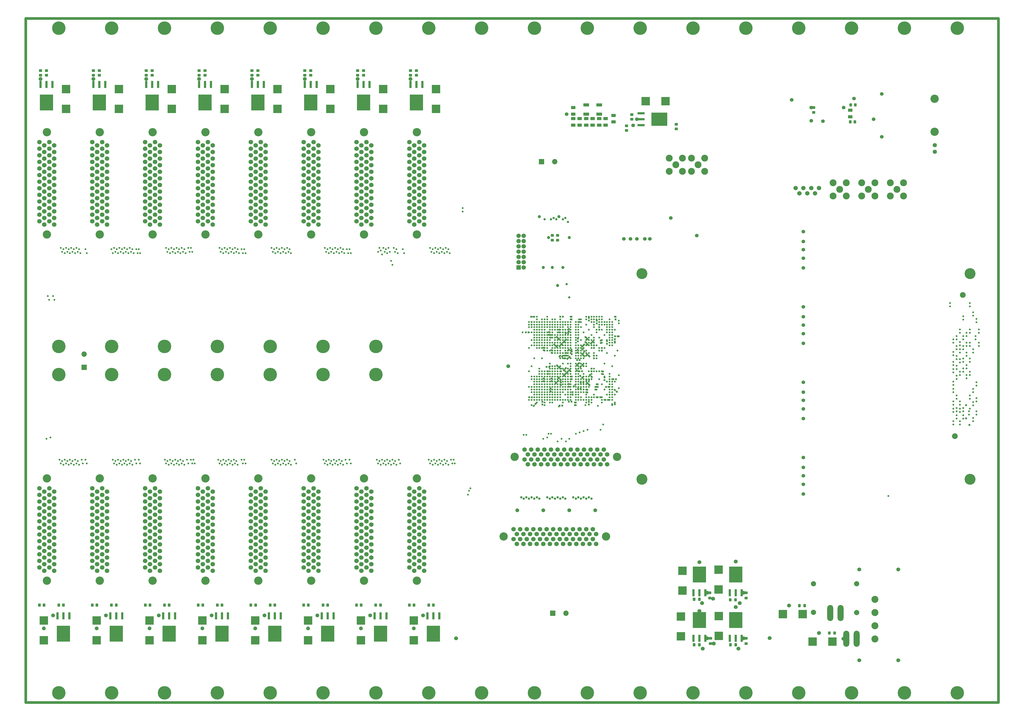
<source format=gts>
%FSAX43Y43*%
%MOMM*%
G71*
G01*
G75*
G04 Layer_Color=8388736*
%ADD10C,0.175*%
%ADD11R,0.500X0.600*%
%ADD12R,0.600X0.500*%
%ADD13R,3.048X3.048*%
G04:AMPARAMS|DCode=14|XSize=0.5mm|YSize=0.6mm|CornerRadius=0mm|HoleSize=0mm|Usage=FLASHONLY|Rotation=225.000|XOffset=0mm|YOffset=0mm|HoleType=Round|Shape=Rectangle|*
%AMROTATEDRECTD14*
4,1,4,-0.035,0.389,0.389,-0.035,0.035,-0.389,-0.389,0.035,-0.035,0.389,0.0*
%
%ADD14ROTATEDRECTD14*%

G04:AMPARAMS|DCode=15|XSize=0.5mm|YSize=0.6mm|CornerRadius=0mm|HoleSize=0mm|Usage=FLASHONLY|Rotation=315.000|XOffset=0mm|YOffset=0mm|HoleType=Round|Shape=Rectangle|*
%AMROTATEDRECTD15*
4,1,4,-0.389,-0.035,0.035,0.389,0.389,0.035,-0.035,-0.389,-0.389,-0.035,0.0*
%
%ADD15ROTATEDRECTD15*%

G04:AMPARAMS|DCode=16|XSize=1mm|YSize=2mm|CornerRadius=0.1mm|HoleSize=0mm|Usage=FLASHONLY|Rotation=270.000|XOffset=0mm|YOffset=0mm|HoleType=Round|Shape=RoundedRectangle|*
%AMROUNDEDRECTD16*
21,1,1.000,1.800,0,0,270.0*
21,1,0.800,2.000,0,0,270.0*
1,1,0.200,-0.900,-0.400*
1,1,0.200,-0.900,0.400*
1,1,0.200,0.900,0.400*
1,1,0.200,0.900,-0.400*
%
%ADD16ROUNDEDRECTD16*%
G04:AMPARAMS|DCode=17|XSize=1mm|YSize=1.5mm|CornerRadius=0.1mm|HoleSize=0mm|Usage=FLASHONLY|Rotation=270.000|XOffset=0mm|YOffset=0mm|HoleType=Round|Shape=RoundedRectangle|*
%AMROUNDEDRECTD17*
21,1,1.000,1.300,0,0,270.0*
21,1,0.800,1.500,0,0,270.0*
1,1,0.200,-0.650,-0.400*
1,1,0.200,-0.650,0.400*
1,1,0.200,0.650,0.400*
1,1,0.200,0.650,-0.400*
%
%ADD17ROUNDEDRECTD17*%
G04:AMPARAMS|DCode=18|XSize=0.8mm|YSize=1mm|CornerRadius=0.08mm|HoleSize=0mm|Usage=FLASHONLY|Rotation=270.000|XOffset=0mm|YOffset=0mm|HoleType=Round|Shape=RoundedRectangle|*
%AMROUNDEDRECTD18*
21,1,0.800,0.840,0,0,270.0*
21,1,0.640,1.000,0,0,270.0*
1,1,0.160,-0.420,-0.320*
1,1,0.160,-0.420,0.320*
1,1,0.160,0.420,0.320*
1,1,0.160,0.420,-0.320*
%
%ADD18ROUNDEDRECTD18*%
G04:AMPARAMS|DCode=19|XSize=0.8mm|YSize=1mm|CornerRadius=0.08mm|HoleSize=0mm|Usage=FLASHONLY|Rotation=0.000|XOffset=0mm|YOffset=0mm|HoleType=Round|Shape=RoundedRectangle|*
%AMROUNDEDRECTD19*
21,1,0.800,0.840,0,0,0.0*
21,1,0.640,1.000,0,0,0.0*
1,1,0.160,0.320,-0.420*
1,1,0.160,-0.320,-0.420*
1,1,0.160,-0.320,0.420*
1,1,0.160,0.320,0.420*
%
%ADD19ROUNDEDRECTD19*%
%ADD20R,0.762X2.540*%
%ADD21R,5.000X6.000*%
%ADD22R,2.540X0.762*%
%ADD23R,6.000X5.000*%
%ADD24R,3.048X3.048*%
%ADD25O,0.305X1.016*%
%ADD26O,0.813X0.305*%
%ADD27O,1.016X0.305*%
%ADD28O,0.305X0.813*%
%ADD29O,2.100X6.000*%
%ADD30O,2.100X6.000*%
%ADD31C,0.150*%
%ADD32C,1.524*%
%ADD33C,0.508*%
%ADD34C,0.254*%
%ADD35C,0.500*%
%ADD36C,1.000*%
%ADD37C,0.200*%
%ADD38C,1.160*%
%ADD39C,1.016*%
%ADD40C,0.400*%
%ADD41C,0.300*%
%ADD42C,1.500*%
%ADD43R,1.500X1.500*%
%ADD44R,1.850X1.850*%
%ADD45C,1.850*%
%ADD46R,1.850X1.850*%
%ADD47C,2.438*%
%ADD48C,1.524*%
%ADD49C,3.000*%
%ADD50C,2.500*%
%ADD51C,1.422*%
%ADD52C,4.000*%
%ADD53C,5.000*%
%ADD54C,2.000*%
%ADD55C,0.500*%
%ADD56C,1.300*%
%ADD57C,1.000*%
%ADD58C,0.700*%
%ADD59C,1.200*%
%ADD60C,1.270*%
%ADD61C,1.800*%
%ADD62C,0.600*%
%ADD63C,0.900*%
G04:AMPARAMS|DCode=64|XSize=1.65mm|YSize=1.65mm|CornerRadius=0mm|HoleSize=0mm|Usage=FLASHONLY|Rotation=0.000|XOffset=0mm|YOffset=0mm|HoleType=Round|Shape=Relief|Width=0.175mm|Gap=0.2mm|Entries=4|*
%AMTHD64*
7,0,0,1.650,1.250,0.175,45*
%
%ADD64THD64*%
G04:AMPARAMS|DCode=65|XSize=1.85mm|YSize=1.85mm|CornerRadius=0mm|HoleSize=0mm|Usage=FLASHONLY|Rotation=0.000|XOffset=0mm|YOffset=0mm|HoleType=Round|Shape=Relief|Width=0.175mm|Gap=0.2mm|Entries=4|*
%AMTHD65*
7,0,0,1.850,1.450,0.175,45*
%
%ADD65THD65*%
G04:AMPARAMS|DCode=66|XSize=2.0708mm|YSize=2.0708mm|CornerRadius=0mm|HoleSize=0mm|Usage=FLASHONLY|Rotation=0.000|XOffset=0mm|YOffset=0mm|HoleType=Round|Shape=Relief|Width=0.175mm|Gap=0.2mm|Entries=4|*
%AMTHD66*
7,0,0,2.071,1.671,0.175,45*
%
%ADD66THD66*%
%ADD67C,1.721*%
%ADD68C,2.700*%
%ADD69C,2.200*%
%ADD70C,3.400*%
G04:AMPARAMS|DCode=71|XSize=1.5628mm|YSize=1.5628mm|CornerRadius=0mm|HoleSize=0mm|Usage=FLASHONLY|Rotation=0.000|XOffset=0mm|YOffset=0mm|HoleType=Round|Shape=Relief|Width=0.175mm|Gap=0.2mm|Entries=4|*
%AMTHD71*
7,0,0,1.563,1.163,0.175,45*
%
%ADD71THD71*%
%ADD72C,1.213*%
%ADD73C,3.200*%
%ADD74C,1.670*%
G04:AMPARAMS|DCode=75|XSize=1mm|YSize=1mm|CornerRadius=0mm|HoleSize=0mm|Usage=FLASHONLY|Rotation=0.000|XOffset=0mm|YOffset=0mm|HoleType=Round|Shape=Relief|Width=0.175mm|Gap=0.2mm|Entries=4|*
%AMTHD75*
7,0,0,1.000,0.600,0.175,45*
%
%ADD75THD75*%
%ADD76C,1.000*%
%ADD77C,0.800*%
%ADD78C,0.650*%
%ADD79C,1.100*%
%ADD80C,1.400*%
%ADD81C,1.111*%
G04:AMPARAMS|DCode=82|XSize=1.4612mm|YSize=1.4612mm|CornerRadius=0mm|HoleSize=0mm|Usage=FLASHONLY|Rotation=0.000|XOffset=0mm|YOffset=0mm|HoleType=Round|Shape=Relief|Width=0.175mm|Gap=0.2mm|Entries=4|*
%AMTHD82*
7,0,0,1.461,1.061,0.175,45*
%
%ADD82THD82*%
%ADD83C,0.700*%
%ADD84C,1.600*%
G04:AMPARAMS|DCode=85|XSize=1.45mm|YSize=1.45mm|CornerRadius=0mm|HoleSize=0mm|Usage=FLASHONLY|Rotation=0.000|XOffset=0mm|YOffset=0mm|HoleType=Round|Shape=Relief|Width=0.175mm|Gap=0.2mm|Entries=4|*
%AMTHD85*
7,0,0,1.450,1.050,0.175,45*
%
%ADD85THD85*%
%ADD86C,0.900*%
G04:AMPARAMS|DCode=87|XSize=1.95mm|YSize=1.95mm|CornerRadius=0mm|HoleSize=0mm|Usage=FLASHONLY|Rotation=0.000|XOffset=0mm|YOffset=0mm|HoleType=Round|Shape=Relief|Width=0.175mm|Gap=0.2mm|Entries=4|*
%AMTHD87*
7,0,0,1.950,1.550,0.175,45*
%
%ADD87THD87*%
G04:AMPARAMS|DCode=88|XSize=1.55mm|YSize=1.55mm|CornerRadius=0mm|HoleSize=0mm|Usage=FLASHONLY|Rotation=0.000|XOffset=0mm|YOffset=0mm|HoleType=Round|Shape=Relief|Width=0.175mm|Gap=0.2mm|Entries=4|*
%AMTHD88*
7,0,0,1.550,1.150,0.175,45*
%
%ADD88THD88*%
G04:AMPARAMS|DCode=89|XSize=1.35mm|YSize=1.35mm|CornerRadius=0mm|HoleSize=0mm|Usage=FLASHONLY|Rotation=0.000|XOffset=0mm|YOffset=0mm|HoleType=Round|Shape=Relief|Width=0.175mm|Gap=0.2mm|Entries=4|*
%AMTHD89*
7,0,0,1.350,0.950,0.175,45*
%
%ADD89THD89*%
G04:AMPARAMS|DCode=90|XSize=1.05mm|YSize=1.05mm|CornerRadius=0mm|HoleSize=0mm|Usage=FLASHONLY|Rotation=0.000|XOffset=0mm|YOffset=0mm|HoleType=Round|Shape=Relief|Width=0.175mm|Gap=0.2mm|Entries=4|*
%AMTHD90*
7,0,0,1.050,0.650,0.175,45*
%
%ADD90THD90*%
%ADD91R,1.650X0.300*%
%ADD92O,1.270X0.762*%
%ADD93R,1.270X0.762*%
%ADD94O,0.508X1.778*%
%ADD95R,0.508X1.778*%
%ADD96R,1.500X1.600*%
G04:AMPARAMS|DCode=97|XSize=1.6mm|YSize=1.5mm|CornerRadius=0mm|HoleSize=0mm|Usage=FLASHONLY|Rotation=270.000|XOffset=0mm|YOffset=0mm|HoleType=Round|Shape=Octagon|*
%AMOCTAGOND97*
4,1,8,-0.375,-0.800,0.375,-0.800,0.750,-0.425,0.750,0.425,0.375,0.800,-0.375,0.800,-0.750,0.425,-0.750,-0.425,-0.375,-0.800,0.0*
%
%ADD97OCTAGOND97*%

%ADD98R,4.600X0.610*%
%ADD99R,4.600X0.810*%
%ADD100O,1.778X0.381*%
%ADD101R,1.778X0.381*%
%ADD102O,0.250X0.800*%
%ADD103R,0.800X0.250*%
%ADD104O,0.800X0.250*%
%ADD105O,0.250X0.800*%
%ADD106O,0.800X0.250*%
%ADD107R,3.100X3.100*%
%ADD108O,0.300X1.700*%
%ADD109O,1.600X0.250*%
%ADD110O,0.250X1.600*%
%ADD111R,0.250X1.600*%
%ADD112C,0.120*%
%ADD113C,0.305*%
%ADD114C,0.250*%
%ADD115C,0.203*%
%ADD116R,0.703X0.803*%
%ADD117R,0.803X0.703*%
%ADD118R,3.251X3.251*%
G04:AMPARAMS|DCode=119|XSize=0.703mm|YSize=0.803mm|CornerRadius=0mm|HoleSize=0mm|Usage=FLASHONLY|Rotation=225.000|XOffset=0mm|YOffset=0mm|HoleType=Round|Shape=Rectangle|*
%AMROTATEDRECTD119*
4,1,4,-0.035,0.533,0.533,-0.035,0.035,-0.533,-0.533,0.035,-0.035,0.533,0.0*
%
%ADD119ROTATEDRECTD119*%

G04:AMPARAMS|DCode=120|XSize=0.703mm|YSize=0.803mm|CornerRadius=0mm|HoleSize=0mm|Usage=FLASHONLY|Rotation=315.000|XOffset=0mm|YOffset=0mm|HoleType=Round|Shape=Rectangle|*
%AMROTATEDRECTD120*
4,1,4,-0.533,-0.035,0.035,0.533,0.533,0.035,-0.035,-0.533,-0.533,-0.035,0.0*
%
%ADD120ROTATEDRECTD120*%

G04:AMPARAMS|DCode=121|XSize=1.203mm|YSize=2.203mm|CornerRadius=0.202mm|HoleSize=0mm|Usage=FLASHONLY|Rotation=270.000|XOffset=0mm|YOffset=0mm|HoleType=Round|Shape=RoundedRectangle|*
%AMROUNDEDRECTD121*
21,1,1.203,1.800,0,0,270.0*
21,1,0.800,2.203,0,0,270.0*
1,1,0.403,-0.900,-0.400*
1,1,0.403,-0.900,0.400*
1,1,0.403,0.900,0.400*
1,1,0.403,0.900,-0.400*
%
%ADD121ROUNDEDRECTD121*%
G04:AMPARAMS|DCode=122|XSize=1.203mm|YSize=1.703mm|CornerRadius=0.202mm|HoleSize=0mm|Usage=FLASHONLY|Rotation=270.000|XOffset=0mm|YOffset=0mm|HoleType=Round|Shape=RoundedRectangle|*
%AMROUNDEDRECTD122*
21,1,1.203,1.300,0,0,270.0*
21,1,0.800,1.703,0,0,270.0*
1,1,0.403,-0.650,-0.400*
1,1,0.403,-0.650,0.400*
1,1,0.403,0.650,0.400*
1,1,0.403,0.650,-0.400*
%
%ADD122ROUNDEDRECTD122*%
G04:AMPARAMS|DCode=123|XSize=1.003mm|YSize=1.203mm|CornerRadius=0.182mm|HoleSize=0mm|Usage=FLASHONLY|Rotation=270.000|XOffset=0mm|YOffset=0mm|HoleType=Round|Shape=RoundedRectangle|*
%AMROUNDEDRECTD123*
21,1,1.003,0.840,0,0,270.0*
21,1,0.640,1.203,0,0,270.0*
1,1,0.363,-0.420,-0.320*
1,1,0.363,-0.420,0.320*
1,1,0.363,0.420,0.320*
1,1,0.363,0.420,-0.320*
%
%ADD123ROUNDEDRECTD123*%
G04:AMPARAMS|DCode=124|XSize=1.003mm|YSize=1.203mm|CornerRadius=0.182mm|HoleSize=0mm|Usage=FLASHONLY|Rotation=0.000|XOffset=0mm|YOffset=0mm|HoleType=Round|Shape=RoundedRectangle|*
%AMROUNDEDRECTD124*
21,1,1.003,0.840,0,0,0.0*
21,1,0.640,1.203,0,0,0.0*
1,1,0.363,0.320,-0.420*
1,1,0.363,-0.320,-0.420*
1,1,0.363,-0.320,0.420*
1,1,0.363,0.320,0.420*
%
%ADD124ROUNDEDRECTD124*%
%ADD125R,0.965X2.743*%
%ADD126R,5.203X6.203*%
%ADD127R,2.743X0.965*%
%ADD128R,6.203X5.203*%
%ADD129R,3.251X3.251*%
%ADD130O,0.508X1.219*%
%ADD131O,1.016X0.508*%
%ADD132O,1.219X0.508*%
%ADD133O,0.508X1.016*%
%ADD134O,2.303X6.203*%
%ADD135O,2.303X6.203*%
%ADD136C,1.703*%
%ADD137R,1.703X1.703*%
%ADD138R,2.053X2.053*%
%ADD139C,2.053*%
%ADD140R,2.053X2.053*%
%ADD141C,2.642*%
%ADD142C,1.727*%
%ADD143C,3.203*%
%ADD144C,2.703*%
%ADD145C,1.626*%
%ADD146C,4.203*%
%ADD147C,5.203*%
%ADD148C,2.203*%
%ADD149C,0.703*%
%ADD150C,1.503*%
%ADD151C,1.203*%
%ADD152C,0.903*%
%ADD153C,1.403*%
%ADD154C,1.473*%
%ADD155C,2.003*%
%ADD156C,0.803*%
G54D36*
X0025000Y0025000D02*
Y0288350D01*
X0399000D01*
Y0025000D02*
Y0288350D01*
X0025000Y0025000D02*
X0399000D01*
G54D116*
X0244600Y0171000D02*
D03*
Y0172000D02*
D03*
X0230800Y0152500D02*
D03*
Y0153500D02*
D03*
X0234900Y0150500D02*
D03*
Y0149500D02*
D03*
X0230800Y0148300D02*
D03*
Y0147300D02*
D03*
X0233800Y0168800D02*
D03*
Y0167800D02*
D03*
X0248500Y0164100D02*
D03*
Y0163100D02*
D03*
X0223700Y0140700D02*
D03*
Y0139700D02*
D03*
X0243500Y0158500D02*
D03*
Y0157500D02*
D03*
X0245500Y0168500D02*
D03*
Y0169500D02*
D03*
X0225800Y0151500D02*
D03*
Y0152500D02*
D03*
X0226800Y0144800D02*
D03*
Y0145800D02*
D03*
X0241500Y0140700D02*
D03*
Y0139700D02*
D03*
X0235300Y0144500D02*
D03*
Y0143500D02*
D03*
X0251500Y0163900D02*
D03*
Y0164900D02*
D03*
X0237200Y0159700D02*
D03*
Y0160700D02*
D03*
X0244900Y0147500D02*
D03*
Y0146500D02*
D03*
X0246900Y0151400D02*
D03*
Y0152400D02*
D03*
X0240900Y0145400D02*
D03*
Y0144400D02*
D03*
X0227200Y0160600D02*
D03*
Y0159600D02*
D03*
X0226200Y0167600D02*
D03*
Y0166600D02*
D03*
X0226800Y0165500D02*
D03*
Y0166500D02*
D03*
X0224200Y0148700D02*
D03*
Y0149700D02*
D03*
X0251800Y0173500D02*
D03*
Y0172500D02*
D03*
X0233800Y0146600D02*
D03*
Y0147600D02*
D03*
X0224200Y0160600D02*
D03*
Y0161600D02*
D03*
X0246100Y0163400D02*
D03*
Y0164400D02*
D03*
X0232200Y0158500D02*
D03*
Y0157500D02*
D03*
X0227200Y0148700D02*
D03*
Y0149700D02*
D03*
X0242500Y0152500D02*
D03*
Y0153500D02*
D03*
X0246500Y0160500D02*
D03*
Y0161500D02*
D03*
X0230200Y0167500D02*
D03*
Y0168500D02*
D03*
X0237300Y0165000D02*
D03*
Y0164000D02*
D03*
X0247500Y0149100D02*
D03*
Y0150100D02*
D03*
X0243500Y0161500D02*
D03*
Y0162500D02*
D03*
X0236200Y0139500D02*
D03*
Y0140500D02*
D03*
X0244100Y0146500D02*
D03*
Y0145500D02*
D03*
X0219500Y0171500D02*
D03*
Y0170500D02*
D03*
X0232800Y0158500D02*
D03*
Y0159500D02*
D03*
X0234800Y0173500D02*
D03*
Y0172500D02*
D03*
X0241500Y0172100D02*
D03*
Y0173100D02*
D03*
X0237800Y0172500D02*
D03*
Y0171500D02*
D03*
X0234900Y0160100D02*
D03*
Y0159100D02*
D03*
G54D117*
X0233800Y0140800D02*
D03*
X0234800D02*
D03*
X0219600Y0142500D02*
D03*
X0218600D02*
D03*
X0230300Y0139300D02*
D03*
X0231300D02*
D03*
X0237900Y0152500D02*
D03*
X0238900D02*
D03*
X0240600Y0149200D02*
D03*
X0241600D02*
D03*
X0239400Y0148200D02*
D03*
X0238400D02*
D03*
X0252600Y0166000D02*
D03*
X0251600D02*
D03*
X0238000Y0156800D02*
D03*
X0237000D02*
D03*
X0238400Y0145800D02*
D03*
X0237400D02*
D03*
X0218300Y0167500D02*
D03*
X0217300D02*
D03*
X0232600Y0167200D02*
D03*
X0233600D02*
D03*
X0231300Y0158200D02*
D03*
X0230300D02*
D03*
X0234800Y0160800D02*
D03*
X0233800D02*
D03*
X0250500Y0139800D02*
D03*
X0251500D02*
D03*
X0249100Y0146500D02*
D03*
X0248100D02*
D03*
X0219300Y0173500D02*
D03*
X0220300D02*
D03*
X0251900Y0149500D02*
D03*
X0250900D02*
D03*
X0225300Y0154200D02*
D03*
X0226300D02*
D03*
X0245900Y0142500D02*
D03*
X0244900D02*
D03*
X0231500Y0173500D02*
D03*
X0230500D02*
D03*
X0248900Y0141500D02*
D03*
X0247900D02*
D03*
G54D118*
X0162420Y0261120D02*
D03*
Y0253500D02*
D03*
X0142100Y0261120D02*
D03*
Y0253500D02*
D03*
X0121780Y0261120D02*
D03*
Y0253500D02*
D03*
X0133600Y0049000D02*
D03*
Y0056620D02*
D03*
X0182740Y0261120D02*
D03*
Y0253500D02*
D03*
X0052320Y0049000D02*
D03*
Y0056620D02*
D03*
X0072640Y0049000D02*
D03*
Y0056620D02*
D03*
X0092960Y0049000D02*
D03*
Y0056620D02*
D03*
X0113280Y0049000D02*
D03*
Y0056620D02*
D03*
X0291396Y0068498D02*
D03*
Y0076118D02*
D03*
X0276900Y0050520D02*
D03*
Y0058140D02*
D03*
X0277500Y0068120D02*
D03*
Y0075740D02*
D03*
X0291500Y0050620D02*
D03*
Y0058240D02*
D03*
X0032000Y0049000D02*
D03*
Y0056620D02*
D03*
X0153920Y0049000D02*
D03*
Y0056620D02*
D03*
X0174240Y0049000D02*
D03*
Y0056620D02*
D03*
X0040500Y0253500D02*
D03*
Y0261120D02*
D03*
X0060820Y0253500D02*
D03*
Y0261120D02*
D03*
X0081140Y0253500D02*
D03*
Y0261120D02*
D03*
X0101460Y0253500D02*
D03*
Y0261120D02*
D03*
G54D119*
X0240946Y0147954D02*
D03*
X0241654Y0147246D02*
D03*
X0241946Y0151054D02*
D03*
X0242654Y0150346D02*
D03*
X0229946Y0149954D02*
D03*
X0230654Y0149246D02*
D03*
X0238954Y0150046D02*
D03*
X0238246Y0150754D02*
D03*
X0230054Y0154046D02*
D03*
X0229346Y0154754D02*
D03*
X0229054Y0162046D02*
D03*
X0228346Y0162754D02*
D03*
X0240946Y0158954D02*
D03*
X0241654Y0158246D02*
D03*
X0239046Y0159054D02*
D03*
X0239754Y0158346D02*
D03*
X0239046Y0160954D02*
D03*
X0239754Y0160246D02*
D03*
X0240954Y0162946D02*
D03*
X0240246Y0163654D02*
D03*
X0229246Y0165654D02*
D03*
X0229954Y0164946D02*
D03*
X0240246Y0165654D02*
D03*
X0240954Y0164946D02*
D03*
X0252254Y0144646D02*
D03*
X0251546Y0145354D02*
D03*
G54D120*
X0232046Y0150946D02*
D03*
X0232754Y0151654D02*
D03*
X0228946Y0148046D02*
D03*
X0229654Y0148754D02*
D03*
X0231946Y0152946D02*
D03*
X0232654Y0153654D02*
D03*
X0234054Y0152954D02*
D03*
X0233346Y0152246D02*
D03*
X0220346Y0139246D02*
D03*
X0221054Y0139954D02*
D03*
X0239054Y0154954D02*
D03*
X0238346Y0154246D02*
D03*
X0237046Y0154946D02*
D03*
X0237754Y0155654D02*
D03*
X0231054Y0162954D02*
D03*
X0230346Y0162246D02*
D03*
X0232046Y0163946D02*
D03*
X0232754Y0164654D02*
D03*
X0238946Y0162046D02*
D03*
X0239654Y0162754D02*
D03*
X0234054Y0158054D02*
D03*
X0233346Y0157346D02*
D03*
X0243054Y0163954D02*
D03*
X0242346Y0163246D02*
D03*
X0235646Y0146646D02*
D03*
X0236354Y0147354D02*
D03*
X0236793Y0152793D02*
D03*
X0237500Y0153500D02*
D03*
G54D121*
X0245500Y0251500D02*
D03*
Y0255000D02*
D03*
X0240500Y0251500D02*
D03*
Y0255000D02*
D03*
G54D122*
X0235500Y0251500D02*
D03*
Y0254000D02*
D03*
X0251000Y0251000D02*
D03*
Y0248500D02*
D03*
X0238000Y0249794D02*
D03*
Y0247294D02*
D03*
X0243000Y0249794D02*
D03*
Y0247294D02*
D03*
X0248000Y0249794D02*
D03*
Y0247294D02*
D03*
X0342000Y0250500D02*
D03*
Y0253000D02*
D03*
X0235500Y0249794D02*
D03*
Y0247294D02*
D03*
X0240500Y0249794D02*
D03*
Y0247294D02*
D03*
X0245500Y0249794D02*
D03*
Y0247294D02*
D03*
G54D123*
X0229500Y0203000D02*
D03*
Y0204800D02*
D03*
X0227500Y0203000D02*
D03*
Y0204800D02*
D03*
X0328000Y0252200D02*
D03*
Y0254000D02*
D03*
X0172954Y0266486D02*
D03*
Y0268286D02*
D03*
X0152634Y0266486D02*
D03*
Y0268286D02*
D03*
X0132314Y0266486D02*
D03*
Y0268286D02*
D03*
X0111994Y0266486D02*
D03*
Y0268286D02*
D03*
X0030714Y0266486D02*
D03*
Y0268286D02*
D03*
X0175240Y0266484D02*
D03*
Y0268284D02*
D03*
X0154920Y0266484D02*
D03*
Y0268284D02*
D03*
X0134600Y0266484D02*
D03*
Y0268284D02*
D03*
X0114280Y0266484D02*
D03*
Y0268284D02*
D03*
X0093960Y0266484D02*
D03*
Y0268284D02*
D03*
X0033000Y0266486D02*
D03*
Y0268286D02*
D03*
X0275100Y0245800D02*
D03*
Y0247600D02*
D03*
X0071354Y0268286D02*
D03*
Y0266486D02*
D03*
X0053320Y0268286D02*
D03*
Y0266486D02*
D03*
X0051034Y0268286D02*
D03*
Y0266486D02*
D03*
X0073640Y0268286D02*
D03*
Y0266486D02*
D03*
X0091674Y0268286D02*
D03*
Y0266486D02*
D03*
X0256000Y0245200D02*
D03*
Y0247000D02*
D03*
X0258000Y0251300D02*
D03*
Y0249500D02*
D03*
G54D124*
X0344000Y0255000D02*
D03*
X0342200D02*
D03*
X0181740Y0062500D02*
D03*
X0179940D02*
D03*
X0172503D02*
D03*
X0174303D02*
D03*
X0161400D02*
D03*
X0159600D02*
D03*
X0120780D02*
D03*
X0118980D02*
D03*
X0111600D02*
D03*
X0113400D02*
D03*
X0100500D02*
D03*
X0098700D02*
D03*
X0091300D02*
D03*
X0093100D02*
D03*
X0080140D02*
D03*
X0078340D02*
D03*
X0071000D02*
D03*
X0072800D02*
D03*
X0059800D02*
D03*
X0058000D02*
D03*
X0050600D02*
D03*
X0052400D02*
D03*
X0039500D02*
D03*
X0037700D02*
D03*
X0030300D02*
D03*
X0032100D02*
D03*
X0154000D02*
D03*
X0152200D02*
D03*
X0139300D02*
D03*
X0141100D02*
D03*
X0133700D02*
D03*
X0131900D02*
D03*
X0343800Y0248500D02*
D03*
X0342000D02*
D03*
G54D125*
X0071354Y0262900D02*
D03*
X0075926D02*
D03*
X0073640D02*
D03*
X0172954Y0262898D02*
D03*
X0177526D02*
D03*
X0175240D02*
D03*
X0152634D02*
D03*
X0157206D02*
D03*
X0154920D02*
D03*
X0132314D02*
D03*
X0136886D02*
D03*
X0134600D02*
D03*
X0111994D02*
D03*
X0116566D02*
D03*
X0114280D02*
D03*
X0091674D02*
D03*
X0096246D02*
D03*
X0093960D02*
D03*
X0051034Y0262900D02*
D03*
X0055606D02*
D03*
X0053320D02*
D03*
X0030714D02*
D03*
X0035286D02*
D03*
X0033000D02*
D03*
X0179454Y0058398D02*
D03*
X0184026D02*
D03*
X0181740D02*
D03*
X0159134D02*
D03*
X0163706D02*
D03*
X0161420D02*
D03*
X0138814D02*
D03*
X0143386D02*
D03*
X0141100D02*
D03*
X0286286Y0067240D02*
D03*
X0281714D02*
D03*
X0284000D02*
D03*
X0059820Y0058398D02*
D03*
X0062106D02*
D03*
X0057534D02*
D03*
X0080140D02*
D03*
X0082426D02*
D03*
X0077854D02*
D03*
X0100460D02*
D03*
X0102746D02*
D03*
X0098174D02*
D03*
X0120780D02*
D03*
X0123066D02*
D03*
X0118494D02*
D03*
X0300286Y0067240D02*
D03*
X0295714D02*
D03*
X0298000D02*
D03*
X0286286Y0049740D02*
D03*
X0281714D02*
D03*
X0284000D02*
D03*
X0300286D02*
D03*
X0295714D02*
D03*
X0298000D02*
D03*
X0039500Y0058398D02*
D03*
X0041786D02*
D03*
X0037214D02*
D03*
G54D126*
X0073640Y0256000D02*
D03*
X0175240D02*
D03*
X0154920D02*
D03*
X0134600D02*
D03*
X0114280D02*
D03*
X0093960D02*
D03*
X0053320Y0256002D02*
D03*
X0033000Y0256000D02*
D03*
X0181740Y0051500D02*
D03*
X0161420D02*
D03*
X0141100D02*
D03*
X0284000Y0074240D02*
D03*
X0059820Y0051500D02*
D03*
X0080140D02*
D03*
X0100460D02*
D03*
X0120780D02*
D03*
X0298000Y0074240D02*
D03*
X0284000Y0056740D02*
D03*
X0298000D02*
D03*
X0039500Y0051500D02*
D03*
G54D127*
X0261602Y0247214D02*
D03*
Y0251786D02*
D03*
Y0249500D02*
D03*
G54D128*
X0268602D02*
D03*
G54D129*
X0263380Y0256500D02*
D03*
X0271000D02*
D03*
X0316080Y0059000D02*
D03*
X0323700D02*
D03*
X0335200Y0048440D02*
D03*
X0327580D02*
D03*
G54D130*
X0295587Y0064561D02*
D03*
X0296095D02*
D03*
X0298127D02*
D03*
X0297619D02*
D03*
X0295841D02*
D03*
X0297873D02*
D03*
X0281714Y0047240D02*
D03*
X0282222D02*
D03*
X0284254D02*
D03*
X0283746D02*
D03*
X0281968D02*
D03*
X0284000D02*
D03*
X0281714Y0064740D02*
D03*
X0282222D02*
D03*
X0284254D02*
D03*
X0283746D02*
D03*
X0281968D02*
D03*
X0284000D02*
D03*
X0295714Y0047240D02*
D03*
X0296222D02*
D03*
X0298254D02*
D03*
X0297746D02*
D03*
X0295968D02*
D03*
X0298000D02*
D03*
X0322214Y0062300D02*
D03*
X0322722D02*
D03*
X0324754D02*
D03*
X0324246D02*
D03*
X0322468D02*
D03*
X0324500D02*
D03*
X0333714Y0051740D02*
D03*
X0334222D02*
D03*
X0336254D02*
D03*
X0335746D02*
D03*
X0333968D02*
D03*
X0336000D02*
D03*
G54D131*
X0295841Y0064917D02*
D03*
Y0064205D02*
D03*
X0297873D02*
D03*
Y0064917D02*
D03*
X0281968Y0047596D02*
D03*
Y0046884D02*
D03*
X0284000D02*
D03*
Y0047596D02*
D03*
X0281968Y0065096D02*
D03*
Y0064384D02*
D03*
X0284000D02*
D03*
Y0065096D02*
D03*
X0295968Y0047596D02*
D03*
Y0046884D02*
D03*
X0298000D02*
D03*
Y0047596D02*
D03*
X0322468Y0062656D02*
D03*
Y0061944D02*
D03*
X0324500D02*
D03*
Y0062656D02*
D03*
X0333968Y0052096D02*
D03*
Y0051384D02*
D03*
X0336000D02*
D03*
Y0052096D02*
D03*
G54D132*
X0302000Y0047454D02*
D03*
Y0047962D02*
D03*
Y0049994D02*
D03*
Y0049486D02*
D03*
Y0047708D02*
D03*
Y0049740D02*
D03*
X0288000Y0064954D02*
D03*
Y0065462D02*
D03*
Y0067494D02*
D03*
Y0066986D02*
D03*
Y0065208D02*
D03*
Y0067240D02*
D03*
X0302000Y0064954D02*
D03*
Y0065462D02*
D03*
Y0067494D02*
D03*
Y0066986D02*
D03*
Y0065208D02*
D03*
Y0067240D02*
D03*
X0288300Y0047454D02*
D03*
Y0047962D02*
D03*
Y0049994D02*
D03*
Y0049486D02*
D03*
Y0047708D02*
D03*
Y0049740D02*
D03*
G54D133*
X0301644Y0047708D02*
D03*
X0302356D02*
D03*
Y0049740D02*
D03*
X0301644D02*
D03*
X0287644Y0065208D02*
D03*
X0288356D02*
D03*
Y0067240D02*
D03*
X0287644D02*
D03*
X0301644Y0065208D02*
D03*
X0302356D02*
D03*
Y0067240D02*
D03*
X0301644D02*
D03*
X0287944Y0047708D02*
D03*
X0288656D02*
D03*
Y0049740D02*
D03*
X0287944D02*
D03*
G54D134*
X0340500Y0049540D02*
D03*
X0334300Y0059500D02*
D03*
G54D135*
X0344500Y0049540D02*
D03*
X0338300Y0059500D02*
D03*
G54D136*
X0216500Y0204660D02*
D03*
X0214500Y0204700D02*
D03*
X0216500Y0202620D02*
D03*
X0214500Y0202660D02*
D03*
X0216500Y0200580D02*
D03*
X0214500Y0200620D02*
D03*
X0216500Y0198540D02*
D03*
X0214500Y0198580D02*
D03*
X0216500Y0196500D02*
D03*
X0214500Y0196540D02*
D03*
X0216500Y0194500D02*
D03*
X0214500Y0194540D02*
D03*
X0216500Y0192500D02*
D03*
X0324000Y0223000D02*
D03*
X0321000D02*
D03*
X0322500Y0221000D02*
D03*
X0325500D02*
D03*
X0330000Y0223000D02*
D03*
X0327000D02*
D03*
X0328500Y0221000D02*
D03*
G54D137*
X0214500Y0192500D02*
D03*
G54D138*
X0227600Y0059350D02*
D03*
X0223300Y0233200D02*
D03*
G54D139*
X0232680Y0059350D02*
D03*
X0047500Y0159080D02*
D03*
X0228380Y0233200D02*
D03*
G54D140*
X0047500Y0154000D02*
D03*
G54D141*
X0277540Y0234540D02*
D03*
Y0229460D02*
D03*
X0272460D02*
D03*
Y0234540D02*
D03*
X0275000Y0232000D02*
D03*
X0280960Y0234540D02*
D03*
X0286040D02*
D03*
Y0229460D02*
D03*
X0280960D02*
D03*
X0283500Y0232000D02*
D03*
X0335460Y0219960D02*
D03*
Y0225040D02*
D03*
X0340540D02*
D03*
Y0219960D02*
D03*
X0338000Y0222500D02*
D03*
X0346460Y0219960D02*
D03*
Y0225040D02*
D03*
X0351540D02*
D03*
Y0219960D02*
D03*
X0349000Y0222500D02*
D03*
X0357460Y0219960D02*
D03*
Y0225040D02*
D03*
X0362540D02*
D03*
Y0219960D02*
D03*
X0360000Y0222500D02*
D03*
G54D142*
X0174408Y0239480D02*
D03*
Y0209000D02*
D03*
Y0211540D02*
D03*
Y0214080D02*
D03*
Y0216620D02*
D03*
Y0219160D02*
D03*
Y0221700D02*
D03*
Y0224240D02*
D03*
Y0226780D02*
D03*
Y0229320D02*
D03*
Y0231860D02*
D03*
Y0234400D02*
D03*
Y0236940D02*
D03*
X0172503Y0238210D02*
D03*
Y0235670D02*
D03*
Y0233130D02*
D03*
Y0230590D02*
D03*
Y0228050D02*
D03*
Y0225510D02*
D03*
Y0222970D02*
D03*
Y0220430D02*
D03*
Y0217890D02*
D03*
Y0215350D02*
D03*
Y0212810D02*
D03*
Y0210270D02*
D03*
Y0240750D02*
D03*
X0176312D02*
D03*
Y0210270D02*
D03*
Y0212810D02*
D03*
Y0215350D02*
D03*
Y0217890D02*
D03*
Y0220430D02*
D03*
Y0222970D02*
D03*
Y0225510D02*
D03*
Y0228050D02*
D03*
Y0230590D02*
D03*
Y0233130D02*
D03*
Y0235670D02*
D03*
Y0238210D02*
D03*
X0178217Y0236940D02*
D03*
Y0234400D02*
D03*
Y0231860D02*
D03*
Y0229320D02*
D03*
Y0226780D02*
D03*
Y0224240D02*
D03*
Y0221700D02*
D03*
Y0219160D02*
D03*
Y0216620D02*
D03*
Y0214080D02*
D03*
Y0211540D02*
D03*
Y0209000D02*
D03*
Y0239480D02*
D03*
X0154087D02*
D03*
Y0209000D02*
D03*
Y0211540D02*
D03*
Y0214080D02*
D03*
Y0216620D02*
D03*
Y0219160D02*
D03*
Y0221700D02*
D03*
Y0224240D02*
D03*
Y0226780D02*
D03*
Y0229320D02*
D03*
Y0231860D02*
D03*
Y0234400D02*
D03*
Y0236940D02*
D03*
X0152182Y0238210D02*
D03*
Y0235670D02*
D03*
Y0233130D02*
D03*
Y0230590D02*
D03*
Y0228050D02*
D03*
Y0225510D02*
D03*
Y0222970D02*
D03*
Y0220430D02*
D03*
Y0217890D02*
D03*
Y0215350D02*
D03*
Y0212810D02*
D03*
Y0210270D02*
D03*
Y0240750D02*
D03*
X0155992D02*
D03*
Y0210270D02*
D03*
Y0212810D02*
D03*
Y0215350D02*
D03*
Y0217890D02*
D03*
Y0220430D02*
D03*
Y0222970D02*
D03*
Y0225510D02*
D03*
Y0228050D02*
D03*
Y0230590D02*
D03*
Y0233130D02*
D03*
Y0235670D02*
D03*
Y0238210D02*
D03*
X0157898Y0236940D02*
D03*
Y0234400D02*
D03*
Y0231860D02*
D03*
Y0229320D02*
D03*
Y0226780D02*
D03*
Y0224240D02*
D03*
Y0221700D02*
D03*
Y0219160D02*
D03*
Y0216620D02*
D03*
Y0214080D02*
D03*
Y0211540D02*
D03*
Y0209000D02*
D03*
Y0239480D02*
D03*
X0133768D02*
D03*
Y0209000D02*
D03*
Y0211540D02*
D03*
Y0214080D02*
D03*
Y0216620D02*
D03*
Y0219160D02*
D03*
Y0221700D02*
D03*
Y0224240D02*
D03*
Y0226780D02*
D03*
Y0229320D02*
D03*
Y0231860D02*
D03*
Y0234400D02*
D03*
Y0236940D02*
D03*
X0131863Y0238210D02*
D03*
Y0235670D02*
D03*
Y0233130D02*
D03*
Y0230590D02*
D03*
Y0228050D02*
D03*
Y0225510D02*
D03*
Y0222970D02*
D03*
Y0220430D02*
D03*
Y0217890D02*
D03*
Y0215350D02*
D03*
Y0212810D02*
D03*
Y0210270D02*
D03*
Y0240750D02*
D03*
X0135673D02*
D03*
Y0210270D02*
D03*
Y0212810D02*
D03*
Y0215350D02*
D03*
Y0217890D02*
D03*
Y0220430D02*
D03*
Y0222970D02*
D03*
Y0225510D02*
D03*
Y0228050D02*
D03*
Y0230590D02*
D03*
Y0233130D02*
D03*
Y0235670D02*
D03*
Y0238210D02*
D03*
X0137577Y0236940D02*
D03*
Y0234400D02*
D03*
Y0231860D02*
D03*
Y0229320D02*
D03*
Y0226780D02*
D03*
Y0224240D02*
D03*
Y0221700D02*
D03*
Y0219160D02*
D03*
Y0216620D02*
D03*
Y0214080D02*
D03*
Y0211540D02*
D03*
Y0209000D02*
D03*
Y0239480D02*
D03*
X0113448D02*
D03*
Y0209000D02*
D03*
Y0211540D02*
D03*
Y0214080D02*
D03*
Y0216620D02*
D03*
Y0219160D02*
D03*
Y0221700D02*
D03*
Y0224240D02*
D03*
Y0226780D02*
D03*
Y0229320D02*
D03*
Y0231860D02*
D03*
Y0234400D02*
D03*
Y0236940D02*
D03*
X0111543Y0238210D02*
D03*
Y0235670D02*
D03*
Y0233130D02*
D03*
Y0230590D02*
D03*
Y0228050D02*
D03*
Y0225510D02*
D03*
Y0222970D02*
D03*
Y0220430D02*
D03*
Y0217890D02*
D03*
Y0215350D02*
D03*
Y0212810D02*
D03*
Y0210270D02*
D03*
Y0240750D02*
D03*
X0115353D02*
D03*
Y0210270D02*
D03*
Y0212810D02*
D03*
Y0215350D02*
D03*
Y0217890D02*
D03*
Y0220430D02*
D03*
Y0222970D02*
D03*
Y0225510D02*
D03*
Y0228050D02*
D03*
Y0230590D02*
D03*
Y0233130D02*
D03*
Y0235670D02*
D03*
Y0238210D02*
D03*
X0117257Y0236940D02*
D03*
Y0234400D02*
D03*
Y0231860D02*
D03*
Y0229320D02*
D03*
Y0226780D02*
D03*
Y0224240D02*
D03*
Y0221700D02*
D03*
Y0219160D02*
D03*
Y0216620D02*
D03*
Y0214080D02*
D03*
Y0211540D02*
D03*
Y0209000D02*
D03*
Y0239480D02*
D03*
X0093128D02*
D03*
Y0209000D02*
D03*
Y0211540D02*
D03*
Y0214080D02*
D03*
Y0216620D02*
D03*
Y0219160D02*
D03*
Y0221700D02*
D03*
Y0224240D02*
D03*
Y0226780D02*
D03*
Y0229320D02*
D03*
Y0231860D02*
D03*
Y0234400D02*
D03*
Y0236940D02*
D03*
X0091223Y0238210D02*
D03*
Y0235670D02*
D03*
Y0233130D02*
D03*
Y0230590D02*
D03*
Y0228050D02*
D03*
Y0225510D02*
D03*
Y0222970D02*
D03*
Y0220430D02*
D03*
Y0217890D02*
D03*
Y0215350D02*
D03*
Y0212810D02*
D03*
Y0210270D02*
D03*
Y0240750D02*
D03*
X0095033D02*
D03*
Y0210270D02*
D03*
Y0212810D02*
D03*
Y0215350D02*
D03*
Y0217890D02*
D03*
Y0220430D02*
D03*
Y0222970D02*
D03*
Y0225510D02*
D03*
Y0228050D02*
D03*
Y0230590D02*
D03*
Y0233130D02*
D03*
Y0235670D02*
D03*
Y0238210D02*
D03*
X0096938Y0236940D02*
D03*
Y0234400D02*
D03*
Y0231860D02*
D03*
Y0229320D02*
D03*
Y0226780D02*
D03*
Y0224240D02*
D03*
Y0221700D02*
D03*
Y0219160D02*
D03*
Y0216620D02*
D03*
Y0214080D02*
D03*
Y0211540D02*
D03*
Y0209000D02*
D03*
Y0239480D02*
D03*
X0072808D02*
D03*
Y0209000D02*
D03*
Y0211540D02*
D03*
Y0214080D02*
D03*
Y0216620D02*
D03*
Y0219160D02*
D03*
Y0221700D02*
D03*
Y0224240D02*
D03*
Y0226780D02*
D03*
Y0229320D02*
D03*
Y0231860D02*
D03*
Y0234400D02*
D03*
Y0236940D02*
D03*
X0070902Y0238210D02*
D03*
Y0235670D02*
D03*
Y0233130D02*
D03*
Y0230590D02*
D03*
Y0228050D02*
D03*
Y0225510D02*
D03*
Y0222970D02*
D03*
Y0220430D02*
D03*
Y0217890D02*
D03*
Y0215350D02*
D03*
Y0212810D02*
D03*
Y0210270D02*
D03*
Y0240750D02*
D03*
X0074713D02*
D03*
Y0210270D02*
D03*
Y0212810D02*
D03*
Y0215350D02*
D03*
Y0217890D02*
D03*
Y0220430D02*
D03*
Y0222970D02*
D03*
Y0225510D02*
D03*
Y0228050D02*
D03*
Y0230590D02*
D03*
Y0233130D02*
D03*
Y0235670D02*
D03*
Y0238210D02*
D03*
X0076618Y0236940D02*
D03*
Y0234400D02*
D03*
Y0231860D02*
D03*
Y0229320D02*
D03*
Y0226780D02*
D03*
Y0224240D02*
D03*
Y0221700D02*
D03*
Y0219160D02*
D03*
Y0216620D02*
D03*
Y0214080D02*
D03*
Y0211540D02*
D03*
Y0209000D02*
D03*
Y0239480D02*
D03*
X0052487D02*
D03*
Y0209000D02*
D03*
Y0211540D02*
D03*
Y0214080D02*
D03*
Y0216620D02*
D03*
Y0219160D02*
D03*
Y0221700D02*
D03*
Y0224240D02*
D03*
Y0226780D02*
D03*
Y0229320D02*
D03*
Y0231860D02*
D03*
Y0234400D02*
D03*
Y0236940D02*
D03*
X0050583Y0238210D02*
D03*
Y0235670D02*
D03*
Y0233130D02*
D03*
Y0230590D02*
D03*
Y0228050D02*
D03*
Y0225510D02*
D03*
Y0222970D02*
D03*
Y0220430D02*
D03*
Y0217890D02*
D03*
Y0215350D02*
D03*
Y0212810D02*
D03*
Y0210270D02*
D03*
Y0240750D02*
D03*
X0054393D02*
D03*
Y0210270D02*
D03*
Y0212810D02*
D03*
Y0215350D02*
D03*
Y0217890D02*
D03*
Y0220430D02*
D03*
Y0222970D02*
D03*
Y0225510D02*
D03*
Y0228050D02*
D03*
Y0230590D02*
D03*
Y0233130D02*
D03*
Y0235670D02*
D03*
Y0238210D02*
D03*
X0056298Y0236940D02*
D03*
Y0234400D02*
D03*
Y0231860D02*
D03*
Y0229320D02*
D03*
Y0226780D02*
D03*
Y0224240D02*
D03*
Y0221700D02*
D03*
Y0219160D02*
D03*
Y0216620D02*
D03*
Y0214080D02*
D03*
Y0211540D02*
D03*
Y0209000D02*
D03*
Y0239480D02*
D03*
X0032167D02*
D03*
Y0209000D02*
D03*
Y0211540D02*
D03*
Y0214080D02*
D03*
Y0216620D02*
D03*
Y0219160D02*
D03*
Y0221700D02*
D03*
Y0224240D02*
D03*
Y0226780D02*
D03*
Y0229320D02*
D03*
Y0231860D02*
D03*
Y0234400D02*
D03*
Y0236940D02*
D03*
X0030263Y0238210D02*
D03*
Y0235670D02*
D03*
Y0233130D02*
D03*
Y0230590D02*
D03*
Y0228050D02*
D03*
Y0225510D02*
D03*
Y0222970D02*
D03*
Y0220430D02*
D03*
Y0217890D02*
D03*
Y0215350D02*
D03*
Y0212810D02*
D03*
Y0210270D02*
D03*
Y0240750D02*
D03*
X0034072D02*
D03*
Y0210270D02*
D03*
Y0212810D02*
D03*
Y0215350D02*
D03*
Y0217890D02*
D03*
Y0220430D02*
D03*
Y0222970D02*
D03*
Y0225510D02*
D03*
Y0228050D02*
D03*
Y0230590D02*
D03*
Y0233130D02*
D03*
Y0235670D02*
D03*
Y0238210D02*
D03*
X0035978Y0236940D02*
D03*
Y0234400D02*
D03*
Y0231860D02*
D03*
Y0229320D02*
D03*
Y0226780D02*
D03*
Y0224240D02*
D03*
Y0221700D02*
D03*
Y0219160D02*
D03*
Y0216620D02*
D03*
Y0214080D02*
D03*
Y0211540D02*
D03*
Y0209000D02*
D03*
Y0239480D02*
D03*
X0174408Y0106230D02*
D03*
Y0075750D02*
D03*
Y0078290D02*
D03*
Y0080830D02*
D03*
Y0083370D02*
D03*
Y0085910D02*
D03*
Y0088450D02*
D03*
Y0090990D02*
D03*
Y0093530D02*
D03*
Y0096070D02*
D03*
Y0098610D02*
D03*
Y0101150D02*
D03*
Y0103690D02*
D03*
X0172503Y0104960D02*
D03*
Y0102420D02*
D03*
Y0099880D02*
D03*
Y0097340D02*
D03*
Y0094800D02*
D03*
Y0092260D02*
D03*
Y0089720D02*
D03*
Y0087180D02*
D03*
Y0084640D02*
D03*
Y0082100D02*
D03*
Y0079560D02*
D03*
Y0077020D02*
D03*
Y0107500D02*
D03*
X0176312D02*
D03*
Y0077020D02*
D03*
Y0079560D02*
D03*
Y0082100D02*
D03*
Y0084640D02*
D03*
Y0087180D02*
D03*
Y0089720D02*
D03*
Y0092260D02*
D03*
Y0094800D02*
D03*
Y0097340D02*
D03*
Y0099880D02*
D03*
Y0102420D02*
D03*
Y0104960D02*
D03*
X0178217Y0103690D02*
D03*
Y0101150D02*
D03*
Y0098610D02*
D03*
Y0096070D02*
D03*
Y0093530D02*
D03*
Y0090990D02*
D03*
Y0088450D02*
D03*
Y0085910D02*
D03*
Y0083370D02*
D03*
Y0080830D02*
D03*
Y0078290D02*
D03*
Y0075750D02*
D03*
Y0106230D02*
D03*
X0154087D02*
D03*
Y0075750D02*
D03*
Y0078290D02*
D03*
Y0080830D02*
D03*
Y0083370D02*
D03*
Y0085910D02*
D03*
Y0088450D02*
D03*
Y0090990D02*
D03*
Y0093530D02*
D03*
Y0096070D02*
D03*
Y0098610D02*
D03*
Y0101150D02*
D03*
Y0103690D02*
D03*
X0152182Y0104960D02*
D03*
Y0102420D02*
D03*
Y0099880D02*
D03*
Y0097340D02*
D03*
Y0094800D02*
D03*
Y0092260D02*
D03*
Y0089720D02*
D03*
Y0087180D02*
D03*
Y0084640D02*
D03*
Y0082100D02*
D03*
Y0079560D02*
D03*
Y0077020D02*
D03*
Y0107500D02*
D03*
X0155992D02*
D03*
Y0077020D02*
D03*
Y0079560D02*
D03*
Y0082100D02*
D03*
Y0084640D02*
D03*
Y0087180D02*
D03*
Y0089720D02*
D03*
Y0092260D02*
D03*
Y0094800D02*
D03*
Y0097340D02*
D03*
Y0099880D02*
D03*
Y0102420D02*
D03*
Y0104960D02*
D03*
X0157898Y0103690D02*
D03*
Y0101150D02*
D03*
Y0098610D02*
D03*
Y0096070D02*
D03*
Y0093530D02*
D03*
Y0090990D02*
D03*
Y0088450D02*
D03*
Y0085910D02*
D03*
Y0083370D02*
D03*
Y0080830D02*
D03*
Y0078290D02*
D03*
Y0075750D02*
D03*
Y0106230D02*
D03*
X0133768D02*
D03*
Y0075750D02*
D03*
Y0078290D02*
D03*
Y0080830D02*
D03*
Y0083370D02*
D03*
Y0085910D02*
D03*
Y0088450D02*
D03*
Y0090990D02*
D03*
Y0093530D02*
D03*
Y0096070D02*
D03*
Y0098610D02*
D03*
Y0101150D02*
D03*
Y0103690D02*
D03*
X0131863Y0104960D02*
D03*
Y0102420D02*
D03*
Y0099880D02*
D03*
Y0097340D02*
D03*
Y0094800D02*
D03*
Y0092260D02*
D03*
Y0089720D02*
D03*
Y0087180D02*
D03*
Y0084640D02*
D03*
Y0082100D02*
D03*
Y0079560D02*
D03*
Y0077020D02*
D03*
Y0107500D02*
D03*
X0135673D02*
D03*
Y0077020D02*
D03*
Y0079560D02*
D03*
Y0082100D02*
D03*
Y0084640D02*
D03*
Y0087180D02*
D03*
Y0089720D02*
D03*
Y0092260D02*
D03*
Y0094800D02*
D03*
Y0097340D02*
D03*
Y0099880D02*
D03*
Y0102420D02*
D03*
Y0104960D02*
D03*
X0137577Y0103690D02*
D03*
Y0101150D02*
D03*
Y0098610D02*
D03*
Y0096070D02*
D03*
Y0093530D02*
D03*
Y0090990D02*
D03*
Y0088450D02*
D03*
Y0085910D02*
D03*
Y0083370D02*
D03*
Y0080830D02*
D03*
Y0078290D02*
D03*
Y0075750D02*
D03*
Y0106230D02*
D03*
X0113448D02*
D03*
Y0075750D02*
D03*
Y0078290D02*
D03*
Y0080830D02*
D03*
Y0083370D02*
D03*
Y0085910D02*
D03*
Y0088450D02*
D03*
Y0090990D02*
D03*
Y0093530D02*
D03*
Y0096070D02*
D03*
Y0098610D02*
D03*
Y0101150D02*
D03*
Y0103690D02*
D03*
X0111543Y0104960D02*
D03*
Y0102420D02*
D03*
Y0099880D02*
D03*
Y0097340D02*
D03*
Y0094800D02*
D03*
Y0092260D02*
D03*
Y0089720D02*
D03*
Y0087180D02*
D03*
Y0084640D02*
D03*
Y0082100D02*
D03*
Y0079560D02*
D03*
Y0077020D02*
D03*
Y0107500D02*
D03*
X0115353D02*
D03*
Y0077020D02*
D03*
Y0079560D02*
D03*
Y0082100D02*
D03*
Y0084640D02*
D03*
Y0087180D02*
D03*
Y0089720D02*
D03*
Y0092260D02*
D03*
Y0094800D02*
D03*
Y0097340D02*
D03*
Y0099880D02*
D03*
Y0102420D02*
D03*
Y0104960D02*
D03*
X0117257Y0103690D02*
D03*
Y0101150D02*
D03*
Y0098610D02*
D03*
Y0096070D02*
D03*
Y0093530D02*
D03*
Y0090990D02*
D03*
Y0088450D02*
D03*
Y0085910D02*
D03*
Y0083370D02*
D03*
Y0080830D02*
D03*
Y0078290D02*
D03*
Y0075750D02*
D03*
Y0106230D02*
D03*
X0093128D02*
D03*
Y0075750D02*
D03*
Y0078290D02*
D03*
Y0080830D02*
D03*
Y0083370D02*
D03*
Y0085910D02*
D03*
Y0088450D02*
D03*
Y0090990D02*
D03*
Y0093530D02*
D03*
Y0096070D02*
D03*
Y0098610D02*
D03*
Y0101150D02*
D03*
Y0103690D02*
D03*
X0091223Y0104960D02*
D03*
Y0102420D02*
D03*
Y0099880D02*
D03*
Y0097340D02*
D03*
Y0094800D02*
D03*
Y0092260D02*
D03*
Y0089720D02*
D03*
Y0087180D02*
D03*
Y0084640D02*
D03*
Y0082100D02*
D03*
Y0079560D02*
D03*
Y0077020D02*
D03*
Y0107500D02*
D03*
X0095033D02*
D03*
Y0077020D02*
D03*
Y0079560D02*
D03*
Y0082100D02*
D03*
Y0084640D02*
D03*
Y0087180D02*
D03*
Y0089720D02*
D03*
Y0092260D02*
D03*
Y0094800D02*
D03*
Y0097340D02*
D03*
Y0099880D02*
D03*
Y0102420D02*
D03*
Y0104960D02*
D03*
X0096938Y0103690D02*
D03*
Y0101150D02*
D03*
Y0098610D02*
D03*
Y0096070D02*
D03*
Y0093530D02*
D03*
Y0090990D02*
D03*
Y0088450D02*
D03*
Y0085910D02*
D03*
Y0083370D02*
D03*
Y0080830D02*
D03*
Y0078290D02*
D03*
Y0075750D02*
D03*
Y0106230D02*
D03*
X0072808D02*
D03*
Y0075750D02*
D03*
Y0078290D02*
D03*
Y0080830D02*
D03*
Y0083370D02*
D03*
Y0085910D02*
D03*
Y0088450D02*
D03*
Y0090990D02*
D03*
Y0093530D02*
D03*
Y0096070D02*
D03*
Y0098610D02*
D03*
Y0101150D02*
D03*
Y0103690D02*
D03*
X0070902Y0104960D02*
D03*
Y0102420D02*
D03*
Y0099880D02*
D03*
Y0097340D02*
D03*
Y0094800D02*
D03*
Y0092260D02*
D03*
Y0089720D02*
D03*
Y0087180D02*
D03*
Y0084640D02*
D03*
Y0082100D02*
D03*
Y0079560D02*
D03*
Y0077020D02*
D03*
Y0107500D02*
D03*
X0074713D02*
D03*
Y0077020D02*
D03*
Y0079560D02*
D03*
Y0082100D02*
D03*
Y0084640D02*
D03*
Y0087180D02*
D03*
Y0089720D02*
D03*
Y0092260D02*
D03*
Y0094800D02*
D03*
Y0097340D02*
D03*
Y0099880D02*
D03*
Y0102420D02*
D03*
Y0104960D02*
D03*
X0076618Y0103690D02*
D03*
Y0101150D02*
D03*
Y0098610D02*
D03*
Y0096070D02*
D03*
Y0093530D02*
D03*
Y0090990D02*
D03*
Y0088450D02*
D03*
Y0085910D02*
D03*
Y0083370D02*
D03*
Y0080830D02*
D03*
Y0078290D02*
D03*
Y0075750D02*
D03*
Y0106230D02*
D03*
X0052487D02*
D03*
Y0075750D02*
D03*
Y0078290D02*
D03*
Y0080830D02*
D03*
Y0083370D02*
D03*
Y0085910D02*
D03*
Y0088450D02*
D03*
Y0090990D02*
D03*
Y0093530D02*
D03*
Y0096070D02*
D03*
Y0098610D02*
D03*
Y0101150D02*
D03*
Y0103690D02*
D03*
X0050583Y0104960D02*
D03*
Y0102420D02*
D03*
Y0099880D02*
D03*
Y0097340D02*
D03*
Y0094800D02*
D03*
Y0092260D02*
D03*
Y0089720D02*
D03*
Y0087180D02*
D03*
Y0084640D02*
D03*
Y0082100D02*
D03*
Y0079560D02*
D03*
Y0077020D02*
D03*
Y0107500D02*
D03*
X0054393D02*
D03*
Y0077020D02*
D03*
Y0079560D02*
D03*
Y0082100D02*
D03*
Y0084640D02*
D03*
Y0087180D02*
D03*
Y0089720D02*
D03*
Y0092260D02*
D03*
Y0094800D02*
D03*
Y0097340D02*
D03*
Y0099880D02*
D03*
Y0102420D02*
D03*
Y0104960D02*
D03*
X0056298Y0103690D02*
D03*
Y0101150D02*
D03*
Y0098610D02*
D03*
Y0096070D02*
D03*
Y0093530D02*
D03*
Y0090990D02*
D03*
Y0088450D02*
D03*
Y0085910D02*
D03*
Y0083370D02*
D03*
Y0080830D02*
D03*
Y0078290D02*
D03*
Y0075750D02*
D03*
Y0106230D02*
D03*
X0032167D02*
D03*
Y0075750D02*
D03*
Y0078290D02*
D03*
Y0080830D02*
D03*
Y0083370D02*
D03*
Y0085910D02*
D03*
Y0088450D02*
D03*
Y0090990D02*
D03*
Y0093530D02*
D03*
Y0096070D02*
D03*
Y0098610D02*
D03*
Y0101150D02*
D03*
Y0103690D02*
D03*
X0030263Y0104960D02*
D03*
Y0102420D02*
D03*
Y0099880D02*
D03*
Y0097340D02*
D03*
Y0094800D02*
D03*
Y0092260D02*
D03*
Y0089720D02*
D03*
Y0087180D02*
D03*
Y0084640D02*
D03*
Y0082100D02*
D03*
Y0079560D02*
D03*
Y0077020D02*
D03*
Y0107500D02*
D03*
X0034072D02*
D03*
Y0077020D02*
D03*
Y0079560D02*
D03*
Y0082100D02*
D03*
Y0084640D02*
D03*
Y0087180D02*
D03*
Y0089720D02*
D03*
Y0092260D02*
D03*
Y0094800D02*
D03*
Y0097340D02*
D03*
Y0099880D02*
D03*
Y0102420D02*
D03*
Y0104960D02*
D03*
X0035978Y0103690D02*
D03*
Y0101150D02*
D03*
Y0098610D02*
D03*
Y0096070D02*
D03*
Y0093530D02*
D03*
Y0090990D02*
D03*
Y0088450D02*
D03*
Y0085910D02*
D03*
Y0083370D02*
D03*
Y0080830D02*
D03*
Y0078290D02*
D03*
Y0075750D02*
D03*
Y0106230D02*
D03*
X0243070Y0091757D02*
D03*
X0212590D02*
D03*
X0215130D02*
D03*
X0217670D02*
D03*
X0220210D02*
D03*
X0222750D02*
D03*
X0225290D02*
D03*
X0227830D02*
D03*
X0230370D02*
D03*
X0232910D02*
D03*
X0235450D02*
D03*
X0237990D02*
D03*
X0240530D02*
D03*
X0241800Y0089853D02*
D03*
X0239260D02*
D03*
X0236720D02*
D03*
X0234180D02*
D03*
X0231640D02*
D03*
X0229100D02*
D03*
X0226560D02*
D03*
X0224020D02*
D03*
X0221480D02*
D03*
X0218940D02*
D03*
X0216400D02*
D03*
X0213860D02*
D03*
X0244340D02*
D03*
Y0086043D02*
D03*
X0213860D02*
D03*
X0216400D02*
D03*
X0218940D02*
D03*
X0221480D02*
D03*
X0224020D02*
D03*
X0226560D02*
D03*
X0229100D02*
D03*
X0231640D02*
D03*
X0234180D02*
D03*
X0236720D02*
D03*
X0239260D02*
D03*
X0241800D02*
D03*
X0240530Y0087948D02*
D03*
X0237990D02*
D03*
X0235450D02*
D03*
X0232910D02*
D03*
X0230370D02*
D03*
X0227830D02*
D03*
X0225290D02*
D03*
X0222750D02*
D03*
X0220210D02*
D03*
X0217670D02*
D03*
X0215130D02*
D03*
X0212590D02*
D03*
X0243070D02*
D03*
X0218040Y0116690D02*
D03*
X0248520D02*
D03*
X0245980D02*
D03*
X0243440D02*
D03*
X0240900D02*
D03*
X0238360D02*
D03*
X0235820D02*
D03*
X0233280D02*
D03*
X0230740D02*
D03*
X0228200D02*
D03*
X0225660D02*
D03*
X0223120D02*
D03*
X0220580D02*
D03*
X0219310Y0118595D02*
D03*
X0221850D02*
D03*
X0224390D02*
D03*
X0226930D02*
D03*
X0229470D02*
D03*
X0232010D02*
D03*
X0234550D02*
D03*
X0237090D02*
D03*
X0239630D02*
D03*
X0242170D02*
D03*
X0244710D02*
D03*
X0247250D02*
D03*
X0216770D02*
D03*
Y0122405D02*
D03*
X0247250D02*
D03*
X0244710D02*
D03*
X0242170D02*
D03*
X0239630D02*
D03*
X0237090D02*
D03*
X0234550D02*
D03*
X0232010D02*
D03*
X0229470D02*
D03*
X0226930D02*
D03*
X0224390D02*
D03*
X0221850D02*
D03*
X0219310D02*
D03*
X0220580Y0120500D02*
D03*
X0223120D02*
D03*
X0225660D02*
D03*
X0228200D02*
D03*
X0230740D02*
D03*
X0233280D02*
D03*
X0235820D02*
D03*
X0238360D02*
D03*
X0240900D02*
D03*
X0243440D02*
D03*
X0245980D02*
D03*
X0248520D02*
D03*
X0218040D02*
D03*
G54D143*
X0175360Y0205190D02*
D03*
Y0244560D02*
D03*
X0155040Y0205190D02*
D03*
Y0244560D02*
D03*
X0134720Y0205190D02*
D03*
Y0244560D02*
D03*
X0114400Y0205190D02*
D03*
Y0244560D02*
D03*
X0094080Y0205190D02*
D03*
Y0244560D02*
D03*
X0073760Y0205190D02*
D03*
Y0244560D02*
D03*
X0053440Y0205190D02*
D03*
Y0244560D02*
D03*
X0033120Y0205190D02*
D03*
Y0244560D02*
D03*
X0175360Y0071940D02*
D03*
Y0111310D02*
D03*
X0155040Y0071940D02*
D03*
Y0111310D02*
D03*
X0134720Y0071940D02*
D03*
Y0111310D02*
D03*
X0114400Y0071940D02*
D03*
Y0111310D02*
D03*
X0094080Y0071940D02*
D03*
Y0111310D02*
D03*
X0073760Y0071940D02*
D03*
Y0111310D02*
D03*
X0053440Y0071940D02*
D03*
Y0111310D02*
D03*
X0033120Y0071940D02*
D03*
Y0111310D02*
D03*
X0248150Y0088900D02*
D03*
X0208780D02*
D03*
X0212960Y0119548D02*
D03*
X0252330D02*
D03*
X0374420Y0257450D02*
D03*
Y0244750D02*
D03*
G54D144*
X0351500Y0049500D02*
D03*
Y0054580D02*
D03*
Y0059660D02*
D03*
Y0064740D02*
D03*
G54D145*
X0374500Y0239540D02*
D03*
Y0237000D02*
D03*
G54D146*
X0261900Y0190100D02*
D03*
Y0110900D02*
D03*
X0388100D02*
D03*
Y0190100D02*
D03*
G54D147*
X0139300Y0028750D02*
D03*
X0118980D02*
D03*
X0098660D02*
D03*
X0078340D02*
D03*
X0058020D02*
D03*
X0159620D02*
D03*
X0179940D02*
D03*
X0200260D02*
D03*
X0037700D02*
D03*
X0322180D02*
D03*
X0301860D02*
D03*
X0281540D02*
D03*
X0220580D02*
D03*
X0240900D02*
D03*
X0261220D02*
D03*
X0342500D02*
D03*
X0362820D02*
D03*
X0383140D02*
D03*
X0159620Y0162100D02*
D03*
X0139300D02*
D03*
X0118980D02*
D03*
X0098660D02*
D03*
X0078340Y0151250D02*
D03*
Y0162100D02*
D03*
X0058020Y0151250D02*
D03*
X0037700D02*
D03*
Y0162100D02*
D03*
X0058020D02*
D03*
X0383140Y0284600D02*
D03*
X0342500D02*
D03*
X0362820D02*
D03*
X0261220D02*
D03*
X0220580D02*
D03*
X0240900D02*
D03*
X0281540D02*
D03*
X0301860D02*
D03*
X0322180D02*
D03*
X0037700D02*
D03*
X0200260D02*
D03*
X0179940D02*
D03*
X0159620D02*
D03*
X0118980D02*
D03*
X0098660D02*
D03*
X0078340D02*
D03*
X0058020D02*
D03*
X0139300D02*
D03*
X0098660Y0151250D02*
D03*
X0118980D02*
D03*
X0139300D02*
D03*
X0159620D02*
D03*
G54D148*
X0385275Y0181925D02*
D03*
X0382225Y0127545D02*
D03*
G54D149*
X0216000Y0167500D02*
D03*
X0240500Y0172500D02*
D03*
Y0173500D02*
D03*
X0242500Y0172500D02*
D03*
Y0173500D02*
D03*
X0243500D02*
D03*
Y0172500D02*
D03*
X0244500Y0173500D02*
D03*
X0245500D02*
D03*
Y0172500D02*
D03*
Y0171500D02*
D03*
X0243500Y0170500D02*
D03*
Y0171500D02*
D03*
X0224500Y0161500D02*
D03*
Y0160500D02*
D03*
X0225500Y0161500D02*
D03*
Y0160500D02*
D03*
Y0162500D02*
D03*
X0224500D02*
D03*
X0226500D02*
D03*
Y0160500D02*
D03*
X0224500Y0169500D02*
D03*
Y0170500D02*
D03*
X0224500Y0171500D02*
D03*
X0033500Y0181500D02*
D03*
X0034000Y0180000D02*
D03*
X0165500Y0195000D02*
D03*
X0219500Y0170500D02*
D03*
X0220500Y0168500D02*
D03*
X0218500Y0167500D02*
D03*
X0167500Y0199500D02*
D03*
X0168000Y0198000D02*
D03*
X0225500Y0172500D02*
D03*
X0224500D02*
D03*
X0085500Y0198500D02*
D03*
X0084500Y0198000D02*
D03*
X0083500Y0198500D02*
D03*
X0082500Y0198000D02*
D03*
X0081500Y0198500D02*
D03*
X0080500Y0198000D02*
D03*
X0079500Y0198500D02*
D03*
X0085000Y0200000D02*
D03*
X0086000Y0199500D02*
D03*
X0084000D02*
D03*
X0083000Y0200000D02*
D03*
X0082000Y0199500D02*
D03*
X0081000Y0200000D02*
D03*
X0080000Y0199500D02*
D03*
X0079000Y0200000D02*
D03*
X0086500Y0198000D02*
D03*
X0106000Y0198500D02*
D03*
X0105000Y0198000D02*
D03*
X0104000Y0198500D02*
D03*
X0103000Y0198000D02*
D03*
X0102000Y0198500D02*
D03*
X0101000Y0198000D02*
D03*
X0100000Y0198500D02*
D03*
X0105500Y0200000D02*
D03*
X0106500Y0199500D02*
D03*
X0104500D02*
D03*
X0103500Y0200000D02*
D03*
X0102500Y0199500D02*
D03*
X0101500Y0200000D02*
D03*
X0100500Y0199500D02*
D03*
X0099500Y0200000D02*
D03*
X0107000Y0198000D02*
D03*
X0126000Y0198500D02*
D03*
X0125000Y0198000D02*
D03*
X0124000Y0198500D02*
D03*
X0123000Y0198000D02*
D03*
X0122000Y0198500D02*
D03*
X0121000Y0198000D02*
D03*
X0120000Y0198500D02*
D03*
X0125500Y0200000D02*
D03*
X0126500Y0199500D02*
D03*
X0124500D02*
D03*
X0123500Y0200000D02*
D03*
X0122500Y0199500D02*
D03*
X0121500Y0200000D02*
D03*
X0120500Y0199500D02*
D03*
X0119500Y0200000D02*
D03*
X0127000Y0198000D02*
D03*
X0146500Y0198500D02*
D03*
X0145500Y0198000D02*
D03*
X0144500Y0198500D02*
D03*
X0143500Y0198000D02*
D03*
X0142500Y0198500D02*
D03*
X0141500Y0198000D02*
D03*
X0140500Y0198500D02*
D03*
X0146000Y0200000D02*
D03*
X0147000Y0199500D02*
D03*
X0145000D02*
D03*
X0144000Y0200000D02*
D03*
X0143000Y0199500D02*
D03*
X0142000Y0200000D02*
D03*
X0141000Y0199500D02*
D03*
X0140000Y0200000D02*
D03*
X0147500Y0198000D02*
D03*
X0167000Y0198500D02*
D03*
X0166000Y0193500D02*
D03*
X0165000Y0198500D02*
D03*
X0164000Y0198000D02*
D03*
X0163000Y0198500D02*
D03*
X0162000Y0197500D02*
D03*
X0161000Y0200000D02*
D03*
X0166500D02*
D03*
X0164500D02*
D03*
X0163500Y0199500D02*
D03*
X0162500Y0200000D02*
D03*
X0161500Y0199000D02*
D03*
X0160500Y0198500D02*
D03*
X0187000D02*
D03*
X0186000Y0198000D02*
D03*
X0185000Y0198500D02*
D03*
X0184000Y0198000D02*
D03*
X0183000Y0198500D02*
D03*
X0182000Y0198000D02*
D03*
X0181000Y0198500D02*
D03*
X0186500Y0200000D02*
D03*
X0187500Y0199500D02*
D03*
X0185500D02*
D03*
X0184500Y0200000D02*
D03*
X0183500Y0199500D02*
D03*
X0182500Y0200000D02*
D03*
X0181500Y0199500D02*
D03*
X0180500Y0200000D02*
D03*
X0188000Y0198000D02*
D03*
X0065500Y0198500D02*
D03*
X0064500Y0198000D02*
D03*
X0063500Y0198500D02*
D03*
X0062500Y0198000D02*
D03*
X0061500Y0198500D02*
D03*
X0060500Y0198000D02*
D03*
X0059500Y0198500D02*
D03*
X0065000Y0200000D02*
D03*
X0066000Y0199500D02*
D03*
X0064000D02*
D03*
X0063000Y0200000D02*
D03*
X0062000Y0199500D02*
D03*
X0061000Y0200000D02*
D03*
X0060000Y0199500D02*
D03*
X0059000Y0200000D02*
D03*
X0066500Y0198000D02*
D03*
X0045000Y0198500D02*
D03*
X0044000Y0198000D02*
D03*
X0043000Y0198500D02*
D03*
X0042000Y0198000D02*
D03*
X0041000Y0198500D02*
D03*
X0040000Y0198000D02*
D03*
X0039000Y0198500D02*
D03*
X0044500Y0200000D02*
D03*
X0045500Y0199500D02*
D03*
X0043500D02*
D03*
X0042500Y0200000D02*
D03*
X0041500Y0199500D02*
D03*
X0040500Y0200000D02*
D03*
X0039500Y0199500D02*
D03*
X0038500Y0200000D02*
D03*
X0046000Y0198000D02*
D03*
X0218500Y0170500D02*
D03*
Y0169500D02*
D03*
X0219500D02*
D03*
Y0162500D02*
D03*
X0230500Y0172500D02*
D03*
X0227500D02*
D03*
X0219500Y0167500D02*
D03*
Y0164500D02*
D03*
X0216500Y0128000D02*
D03*
X0217500D02*
D03*
X0232500Y0146500D02*
D03*
X0233500Y0148500D02*
D03*
Y0150500D02*
D03*
Y0151500D02*
D03*
X0232500Y0143500D02*
D03*
X0231500Y0147500D02*
D03*
X0232500Y0145500D02*
D03*
X0233500Y0142500D02*
D03*
Y0141500D02*
D03*
X0231500Y0145500D02*
D03*
X0227500Y0140500D02*
D03*
Y0141500D02*
D03*
X0228500D02*
D03*
X0229500D02*
D03*
X0230500Y0145500D02*
D03*
Y0141500D02*
D03*
X0231500D02*
D03*
Y0146500D02*
D03*
X0226500Y0141500D02*
D03*
X0225500D02*
D03*
Y0142500D02*
D03*
X0224500Y0140500D02*
D03*
X0227500Y0144500D02*
D03*
X0226500Y0142500D02*
D03*
X0226500Y0140500D02*
D03*
X0224500Y0139500D02*
D03*
Y0142500D02*
D03*
X0222500Y0141500D02*
D03*
X0221500Y0140500D02*
D03*
X0223500Y0142500D02*
D03*
Y0141500D02*
D03*
X0224500D02*
D03*
X0222500Y0142500D02*
D03*
Y0143500D02*
D03*
Y0144500D02*
D03*
X0223500Y0145500D02*
D03*
X0224500Y0146500D02*
D03*
Y0147500D02*
D03*
X0236500Y0148500D02*
D03*
X0224500Y0148500D02*
D03*
Y0149500D02*
D03*
X0226500D02*
D03*
X0227500D02*
D03*
X0222500Y0145500D02*
D03*
X0224500Y0143500D02*
D03*
X0190000Y0117000D02*
D03*
X0189500Y0118500D02*
D03*
X0189000Y0117000D02*
D03*
X0188500Y0118500D02*
D03*
X0168975Y0117000D02*
D03*
X0168475Y0118500D02*
D03*
X0087000D02*
D03*
X0067000D02*
D03*
X0108000D02*
D03*
X0148500Y0117000D02*
D03*
X0148000Y0118500D02*
D03*
X0160000D02*
D03*
X0160500Y0117000D02*
D03*
X0234500Y0145500D02*
D03*
X0233500Y0145500D02*
D03*
X0234500Y0160500D02*
D03*
X0233500D02*
D03*
Y0159500D02*
D03*
X0234500D02*
D03*
X0233500Y0158500D02*
D03*
X0234500Y0147500D02*
D03*
X0233500D02*
D03*
Y0144500D02*
D03*
X0230500Y0146500D02*
D03*
Y0147500D02*
D03*
Y0148500D02*
D03*
X0231500D02*
D03*
X0232500D02*
D03*
X0233500Y0149500D02*
D03*
X0234500D02*
D03*
X0233500Y0143500D02*
D03*
X0236500Y0143500D02*
D03*
Y0144500D02*
D03*
Y0147500D02*
D03*
X0237500D02*
D03*
Y0145500D02*
D03*
Y0144500D02*
D03*
Y0148500D02*
D03*
Y0149500D02*
D03*
Y0150500D02*
D03*
X0238500Y0149500D02*
D03*
X0239500D02*
D03*
X0238500Y0148500D02*
D03*
X0237500Y0141500D02*
D03*
X0239500D02*
D03*
X0240500Y0142500D02*
D03*
X0238500Y0141500D02*
D03*
Y0142500D02*
D03*
X0239500Y0145500D02*
D03*
Y0146500D02*
D03*
Y0144500D02*
D03*
X0238500Y0145500D02*
D03*
X0240500D02*
D03*
Y0144500D02*
D03*
X0238500Y0146500D02*
D03*
X0239500Y0147500D02*
D03*
X0238500D02*
D03*
X0240500D02*
D03*
X0238500Y0144500D02*
D03*
X0241500Y0146500D02*
D03*
X0240500Y0143500D02*
D03*
X0241500Y0142500D02*
D03*
X0240500Y0141500D02*
D03*
X0241500D02*
D03*
X0242500Y0140500D02*
D03*
X0240500D02*
D03*
X0242500Y0142500D02*
D03*
X0240200Y0139500D02*
D03*
X0243500Y0142500D02*
D03*
X0244500Y0142500D02*
D03*
X0242500Y0141500D02*
D03*
X0234500Y0162500D02*
D03*
X0233500D02*
D03*
Y0161500D02*
D03*
X0234500D02*
D03*
X0237500Y0143500D02*
D03*
X0232700Y0125500D02*
D03*
X0234000Y0126500D02*
D03*
X0231000D02*
D03*
X0236500Y0145500D02*
D03*
X0234500Y0146500D02*
D03*
X0229500Y0145500D02*
D03*
Y0144500D02*
D03*
X0228500D02*
D03*
X0229500Y0143500D02*
D03*
X0227500D02*
D03*
Y0145500D02*
D03*
X0228500Y0142500D02*
D03*
X0229500D02*
D03*
X0230000Y0139000D02*
D03*
X0231500Y0140500D02*
D03*
Y0144500D02*
D03*
X0232500Y0147500D02*
D03*
X0231500Y0149500D02*
D03*
X0232500D02*
D03*
X0230500D02*
D03*
X0232500Y0152500D02*
D03*
Y0151500D02*
D03*
Y0150500D02*
D03*
X0230500Y0143500D02*
D03*
X0228500Y0145500D02*
D03*
Y0143500D02*
D03*
X0234500Y0148500D02*
D03*
X0233500Y0146500D02*
D03*
X0234500Y0166500D02*
D03*
Y0168500D02*
D03*
Y0167500D02*
D03*
X0233500D02*
D03*
X0236500Y0168500D02*
D03*
Y0167500D02*
D03*
Y0166500D02*
D03*
Y0165500D02*
D03*
X0229500Y0146500D02*
D03*
X0227500Y0142500D02*
D03*
X0228500Y0146500D02*
D03*
Y0147500D02*
D03*
X0225500Y0146500D02*
D03*
Y0147500D02*
D03*
X0236500Y0139500D02*
D03*
X0226000Y0128500D02*
D03*
X0227000D02*
D03*
X0225500Y0127000D02*
D03*
X0236500Y0164500D02*
D03*
Y0163500D02*
D03*
Y0162500D02*
D03*
X0237500D02*
D03*
Y0161500D02*
D03*
X0236500D02*
D03*
Y0160500D02*
D03*
Y0159500D02*
D03*
X0237500Y0158500D02*
D03*
X0236500Y0169500D02*
D03*
X0237500D02*
D03*
Y0168500D02*
D03*
X0234500Y0164500D02*
D03*
X0233500D02*
D03*
Y0163500D02*
D03*
X0234500D02*
D03*
Y0165500D02*
D03*
X0232500Y0161500D02*
D03*
X0231500D02*
D03*
X0232500Y0149500D02*
D03*
X0229500Y0148500D02*
D03*
X0231500Y0150500D02*
D03*
Y0151500D02*
D03*
X0230500Y0150500D02*
D03*
X0232500Y0141500D02*
D03*
X0232500Y0162500D02*
D03*
Y0163500D02*
D03*
Y0164500D02*
D03*
X0237500Y0142500D02*
D03*
X0234500Y0141500D02*
D03*
X0245000Y0139200D02*
D03*
X0239500Y0148500D02*
D03*
X0240500D02*
D03*
X0229500Y0147500D02*
D03*
X0043000Y0118000D02*
D03*
X0043500Y0116500D02*
D03*
X0041000Y0118000D02*
D03*
X0041500Y0116500D02*
D03*
X0040000Y0118500D02*
D03*
X0040500Y0117000D02*
D03*
X0039000Y0118000D02*
D03*
X0039500Y0116500D02*
D03*
X0038000Y0118500D02*
D03*
X0038500Y0117000D02*
D03*
X0253000Y0171000D02*
D03*
X0250500Y0165500D02*
D03*
Y0164500D02*
D03*
X0251500Y0163500D02*
D03*
X0250500Y0163500D02*
D03*
Y0166500D02*
D03*
Y0167500D02*
D03*
X0251500Y0168500D02*
D03*
X0250500Y0168500D02*
D03*
Y0169500D02*
D03*
X0249500Y0170500D02*
D03*
Y0169500D02*
D03*
X0253000Y0172000D02*
D03*
X0250500Y0171500D02*
D03*
Y0170500D02*
D03*
X0253000Y0166000D02*
D03*
Y0151000D02*
D03*
X0251500Y0148500D02*
D03*
X0218500Y0171500D02*
D03*
X0219500Y0173500D02*
D03*
X0251500Y0140500D02*
D03*
X0251500Y0158500D02*
D03*
X0252500Y0160500D02*
D03*
X0249500Y0172500D02*
D03*
X0246500Y0173500D02*
D03*
X0238500Y0172500D02*
D03*
X0234500Y0173500D02*
D03*
X0225500D02*
D03*
X0228500Y0172500D02*
D03*
X0223500D02*
D03*
X0220500Y0173500D02*
D03*
Y0171500D02*
D03*
X0221500D02*
D03*
X0222500D02*
D03*
X0223500D02*
D03*
X0218500Y0161500D02*
D03*
X0251500Y0173500D02*
D03*
X0244500Y0172500D02*
D03*
X0241500Y0173500D02*
D03*
X0234500Y0172500D02*
D03*
X0230500Y0173500D02*
D03*
X0253000Y0146000D02*
D03*
X0251500Y0143500D02*
D03*
X0247500Y0141500D02*
D03*
X0250500Y0139500D02*
D03*
X0250500Y0154500D02*
D03*
Y0149500D02*
D03*
Y0148500D02*
D03*
Y0147500D02*
D03*
Y0146500D02*
D03*
Y0145500D02*
D03*
Y0144500D02*
D03*
Y0143500D02*
D03*
Y0142500D02*
D03*
Y0141500D02*
D03*
X0243500Y0143500D02*
D03*
Y0153500D02*
D03*
Y0152500D02*
D03*
X0244500Y0145500D02*
D03*
Y0146500D02*
D03*
Y0147500D02*
D03*
Y0152500D02*
D03*
X0245500Y0149500D02*
D03*
Y0152500D02*
D03*
X0246500Y0142500D02*
D03*
Y0147500D02*
D03*
Y0152500D02*
D03*
Y0151500D02*
D03*
X0247500Y0145500D02*
D03*
Y0150500D02*
D03*
Y0155500D02*
D03*
X0248500Y0143500D02*
D03*
Y0148500D02*
D03*
X0249500Y0141500D02*
D03*
Y0142500D02*
D03*
Y0143500D02*
D03*
Y0144500D02*
D03*
Y0145500D02*
D03*
Y0146500D02*
D03*
Y0147500D02*
D03*
Y0148500D02*
D03*
Y0149500D02*
D03*
Y0150500D02*
D03*
Y0151500D02*
D03*
X0242500D02*
D03*
Y0150500D02*
D03*
Y0149500D02*
D03*
X0241500Y0152500D02*
D03*
Y0150500D02*
D03*
Y0149500D02*
D03*
Y0148500D02*
D03*
X0240500Y0154500D02*
D03*
Y0155500D02*
D03*
Y0150500D02*
D03*
Y0149500D02*
D03*
Y0146500D02*
D03*
X0239500Y0154500D02*
D03*
Y0155500D02*
D03*
X0238500Y0154500D02*
D03*
Y0155500D02*
D03*
X0237500Y0154500D02*
D03*
Y0155500D02*
D03*
X0236500Y0154500D02*
D03*
Y0155500D02*
D03*
X0237500Y0171500D02*
D03*
X0236500D02*
D03*
X0242500D02*
D03*
X0247500D02*
D03*
X0248500D02*
D03*
X0249500D02*
D03*
X0220500Y0157500D02*
D03*
Y0162500D02*
D03*
Y0163500D02*
D03*
Y0164500D02*
D03*
Y0165500D02*
D03*
Y0166500D02*
D03*
Y0167500D02*
D03*
Y0169500D02*
D03*
Y0170500D02*
D03*
X0240500Y0170500D02*
D03*
X0237500D02*
D03*
X0236500D02*
D03*
X0245500D02*
D03*
X0248500D02*
D03*
X0221500Y0161500D02*
D03*
Y0162500D02*
D03*
Y0163500D02*
D03*
Y0164500D02*
D03*
Y0165500D02*
D03*
Y0166500D02*
D03*
Y0167500D02*
D03*
Y0168500D02*
D03*
Y0169500D02*
D03*
Y0170500D02*
D03*
X0238500Y0169500D02*
D03*
X0243500D02*
D03*
X0248500D02*
D03*
X0222500Y0161500D02*
D03*
Y0162500D02*
D03*
Y0163500D02*
D03*
Y0164500D02*
D03*
Y0165500D02*
D03*
Y0166500D02*
D03*
Y0167500D02*
D03*
Y0168500D02*
D03*
Y0169500D02*
D03*
Y0170500D02*
D03*
X0241500Y0168500D02*
D03*
X0244500D02*
D03*
X0246500D02*
D03*
X0248500D02*
D03*
X0249500D02*
D03*
X0223500Y0157500D02*
D03*
Y0161500D02*
D03*
Y0162500D02*
D03*
Y0163500D02*
D03*
Y0164500D02*
D03*
Y0165500D02*
D03*
Y0166500D02*
D03*
Y0167500D02*
D03*
Y0168500D02*
D03*
Y0169500D02*
D03*
Y0170500D02*
D03*
X0239500Y0167500D02*
D03*
X0237500D02*
D03*
X0244500D02*
D03*
X0248500D02*
D03*
X0249500D02*
D03*
X0224500Y0163500D02*
D03*
Y0164500D02*
D03*
Y0165500D02*
D03*
Y0166500D02*
D03*
Y0167500D02*
D03*
Y0168500D02*
D03*
X0237500Y0166500D02*
D03*
X0242500D02*
D03*
X0247500D02*
D03*
X0249500D02*
D03*
X0225500Y0163500D02*
D03*
Y0164500D02*
D03*
Y0165500D02*
D03*
Y0166500D02*
D03*
Y0167500D02*
D03*
Y0169500D02*
D03*
Y0170500D02*
D03*
Y0171500D02*
D03*
X0240500Y0165500D02*
D03*
X0237500D02*
D03*
X0241500D02*
D03*
X0243500D02*
D03*
X0245500D02*
D03*
X0249500D02*
D03*
X0226500Y0163500D02*
D03*
Y0164500D02*
D03*
Y0165500D02*
D03*
Y0166500D02*
D03*
Y0167500D02*
D03*
Y0168500D02*
D03*
Y0169500D02*
D03*
Y0170500D02*
D03*
Y0171500D02*
D03*
X0240500Y0164500D02*
D03*
X0238500D02*
D03*
X0241500D02*
D03*
X0242500D02*
D03*
X0243500D02*
D03*
X0246500D02*
D03*
X0248500D02*
D03*
X0249500D02*
D03*
X0227500Y0159500D02*
D03*
Y0160500D02*
D03*
Y0161500D02*
D03*
Y0162500D02*
D03*
Y0163500D02*
D03*
Y0165500D02*
D03*
Y0166500D02*
D03*
Y0167500D02*
D03*
Y0168500D02*
D03*
Y0169500D02*
D03*
Y0170500D02*
D03*
Y0171500D02*
D03*
X0240500Y0163500D02*
D03*
X0241500D02*
D03*
X0242500D02*
D03*
X0243500D02*
D03*
X0246500D02*
D03*
X0249500D02*
D03*
X0228500Y0159500D02*
D03*
Y0160500D02*
D03*
Y0161500D02*
D03*
Y0162500D02*
D03*
Y0163500D02*
D03*
Y0164500D02*
D03*
Y0165500D02*
D03*
Y0166500D02*
D03*
Y0168500D02*
D03*
Y0169500D02*
D03*
Y0170500D02*
D03*
Y0171500D02*
D03*
X0240500Y0162500D02*
D03*
X0239500D02*
D03*
X0238500D02*
D03*
X0241500D02*
D03*
X0242500D02*
D03*
X0244500D02*
D03*
X0249500D02*
D03*
X0250500D02*
D03*
X0229500Y0159500D02*
D03*
Y0160500D02*
D03*
Y0161500D02*
D03*
Y0162500D02*
D03*
Y0163500D02*
D03*
Y0164500D02*
D03*
Y0165500D02*
D03*
Y0166500D02*
D03*
Y0167500D02*
D03*
Y0168500D02*
D03*
Y0169500D02*
D03*
Y0170500D02*
D03*
Y0171500D02*
D03*
X0239500Y0161500D02*
D03*
X0238500D02*
D03*
X0242500D02*
D03*
X0245500D02*
D03*
X0247500D02*
D03*
X0230500Y0157500D02*
D03*
Y0158500D02*
D03*
Y0159500D02*
D03*
Y0160500D02*
D03*
Y0161500D02*
D03*
Y0162500D02*
D03*
Y0163500D02*
D03*
Y0164500D02*
D03*
Y0165500D02*
D03*
Y0166500D02*
D03*
Y0167500D02*
D03*
Y0168500D02*
D03*
Y0169500D02*
D03*
Y0170500D02*
D03*
Y0171500D02*
D03*
X0240500Y0160500D02*
D03*
X0238500D02*
D03*
X0237500D02*
D03*
X0245500D02*
D03*
X0231500Y0157500D02*
D03*
Y0158500D02*
D03*
Y0159500D02*
D03*
Y0162500D02*
D03*
Y0163500D02*
D03*
Y0164500D02*
D03*
Y0165500D02*
D03*
Y0166500D02*
D03*
Y0167500D02*
D03*
Y0168500D02*
D03*
Y0169500D02*
D03*
Y0170500D02*
D03*
Y0171500D02*
D03*
X0240500Y0159500D02*
D03*
X0239500D02*
D03*
X0238500D02*
D03*
X0237500D02*
D03*
X0241500D02*
D03*
X0243500D02*
D03*
X0248500D02*
D03*
X0232500Y0157500D02*
D03*
Y0158500D02*
D03*
Y0159500D02*
D03*
Y0160500D02*
D03*
Y0165500D02*
D03*
Y0166500D02*
D03*
Y0167500D02*
D03*
Y0168500D02*
D03*
Y0170500D02*
D03*
Y0171500D02*
D03*
X0240500Y0158500D02*
D03*
X0239500D02*
D03*
X0238500D02*
D03*
X0236500D02*
D03*
X0241500D02*
D03*
X0244500D02*
D03*
X0233500Y0157500D02*
D03*
Y0165500D02*
D03*
Y0166500D02*
D03*
Y0168500D02*
D03*
Y0169500D02*
D03*
Y0170500D02*
D03*
Y0171500D02*
D03*
X0239500Y0157500D02*
D03*
X0238500D02*
D03*
X0237500D02*
D03*
X0236500D02*
D03*
X0244500D02*
D03*
X0234500D02*
D03*
Y0169500D02*
D03*
Y0170500D02*
D03*
Y0171500D02*
D03*
X0193000Y0214000D02*
D03*
X0391500Y0168570D02*
D03*
Y0167300D02*
D03*
X0384150Y0160950D02*
D03*
Y0159680D02*
D03*
X0381610Y0159950D02*
D03*
Y0158680D02*
D03*
X0386690Y0159680D02*
D03*
Y0158410D02*
D03*
X0387960Y0157410D02*
D03*
Y0156140D02*
D03*
X0385420Y0157410D02*
D03*
Y0156140D02*
D03*
Y0152330D02*
D03*
Y0153600D02*
D03*
X0386690D02*
D03*
Y0154870D02*
D03*
X0381610D02*
D03*
Y0156140D02*
D03*
X0382880Y0157140D02*
D03*
Y0158410D02*
D03*
X0384150Y0155870D02*
D03*
Y0157140D02*
D03*
X0390500Y0142170D02*
D03*
Y0140900D02*
D03*
X0381610Y0153330D02*
D03*
Y0152060D02*
D03*
X0384150Y0152330D02*
D03*
Y0151060D02*
D03*
X0387960Y0152330D02*
D03*
Y0151060D02*
D03*
X0386690D02*
D03*
Y0149790D02*
D03*
X0382880Y0150790D02*
D03*
X0389230Y0144440D02*
D03*
Y0145710D02*
D03*
X0381610Y0144440D02*
D03*
Y0145710D02*
D03*
X0390500Y0146980D02*
D03*
Y0148250D02*
D03*
X0381610Y0147250D02*
D03*
Y0148520D02*
D03*
X0382880Y0149520D02*
D03*
Y0141900D02*
D03*
Y0143170D02*
D03*
X0381610Y0139630D02*
D03*
Y0140900D02*
D03*
X0384150Y0136820D02*
D03*
X0387690Y0135820D02*
D03*
X0382880Y0134280D02*
D03*
Y0135550D02*
D03*
X0385420Y0134280D02*
D03*
Y0135550D02*
D03*
X0390500Y0135820D02*
D03*
Y0137090D02*
D03*
X0381610Y0136820D02*
D03*
Y0138090D02*
D03*
X0384150D02*
D03*
X0381610Y0132010D02*
D03*
Y0133280D02*
D03*
X0384150Y0132010D02*
D03*
Y0133280D02*
D03*
X0387690Y0137090D02*
D03*
X0387960Y0138090D02*
D03*
X0385420Y0137090D02*
D03*
Y0138360D02*
D03*
X0382880Y0137090D02*
D03*
Y0138360D02*
D03*
X0384150Y0139630D02*
D03*
Y0140900D02*
D03*
X0389230Y0139360D02*
D03*
Y0140630D02*
D03*
X0387960Y0141900D02*
D03*
Y0143170D02*
D03*
X0382880Y0153330D02*
D03*
Y0154600D02*
D03*
X0389230Y0159680D02*
D03*
Y0160950D02*
D03*
X0382880Y0162220D02*
D03*
Y0160950D02*
D03*
X0385420D02*
D03*
Y0162220D02*
D03*
X0387960D02*
D03*
Y0163490D02*
D03*
X0386690Y0162220D02*
D03*
Y0163490D02*
D03*
Y0166030D02*
D03*
Y0167300D02*
D03*
X0385420Y0164760D02*
D03*
Y0166030D02*
D03*
X0384150Y0162490D02*
D03*
Y0163760D02*
D03*
X0382880Y0166030D02*
D03*
Y0164760D02*
D03*
X0381610Y0163490D02*
D03*
Y0164760D02*
D03*
X0391500Y0162220D02*
D03*
Y0163490D02*
D03*
X0390230Y0164760D02*
D03*
Y0166030D02*
D03*
X0387960Y0167300D02*
D03*
Y0168570D02*
D03*
X0384150Y0167300D02*
D03*
Y0168570D02*
D03*
X0385420Y0172380D02*
D03*
Y0173650D02*
D03*
X0387960Y0177460D02*
D03*
Y0178730D02*
D03*
X0390500Y0171380D02*
D03*
Y0172650D02*
D03*
X0389230Y0173920D02*
D03*
Y0175190D02*
D03*
X0356640Y0104500D02*
D03*
X0389230Y0133280D02*
D03*
Y0134550D02*
D03*
X0193000Y0215350D02*
D03*
X0236500Y0150500D02*
D03*
Y0153500D02*
D03*
Y0152500D02*
D03*
Y0151500D02*
D03*
X0237500Y0152500D02*
D03*
Y0151500D02*
D03*
X0238500Y0153500D02*
D03*
X0239500Y0150500D02*
D03*
Y0151500D02*
D03*
X0048500Y0117000D02*
D03*
X0048000Y0118500D02*
D03*
X0059000Y0117000D02*
D03*
X0058500Y0118500D02*
D03*
X0060000Y0116500D02*
D03*
X0059500Y0118000D02*
D03*
X0061000Y0117000D02*
D03*
X0060500Y0118500D02*
D03*
X0034500Y0127000D02*
D03*
X0033000Y0126500D02*
D03*
X0042500Y0117000D02*
D03*
X0042000Y0118500D02*
D03*
X0044500Y0117000D02*
D03*
X0044000Y0118500D02*
D03*
X0045500Y0116500D02*
D03*
X0045000Y0118000D02*
D03*
X0047000Y0117000D02*
D03*
X0046500Y0118500D02*
D03*
X0241500Y0147500D02*
D03*
X0236500Y0149500D02*
D03*
X0237500Y0146500D02*
D03*
X0236500D02*
D03*
X0231500Y0153500D02*
D03*
X0232500D02*
D03*
X0231500Y0155500D02*
D03*
X0234500Y0150500D02*
D03*
Y0151500D02*
D03*
Y0152500D02*
D03*
X0233500D02*
D03*
X0234500Y0153500D02*
D03*
X0233500D02*
D03*
Y0155500D02*
D03*
X0234500D02*
D03*
Y0154500D02*
D03*
X0225500Y0145500D02*
D03*
X0222500Y0151500D02*
D03*
X0223500D02*
D03*
X0224500D02*
D03*
X0225500D02*
D03*
X0220500Y0150500D02*
D03*
X0222500D02*
D03*
X0220500Y0149500D02*
D03*
X0221500D02*
D03*
X0224500Y0145500D02*
D03*
X0221500D02*
D03*
X0220500D02*
D03*
X0223500Y0146500D02*
D03*
X0221500D02*
D03*
X0220500D02*
D03*
X0221500Y0147500D02*
D03*
X0220500D02*
D03*
X0221500Y0148500D02*
D03*
X0220500D02*
D03*
X0219500Y0149500D02*
D03*
X0218500Y0146500D02*
D03*
X0219500D02*
D03*
Y0145500D02*
D03*
X0221500Y0150500D02*
D03*
X0219500D02*
D03*
X0222500Y0149500D02*
D03*
Y0148500D02*
D03*
Y0147500D02*
D03*
Y0146500D02*
D03*
X0226500Y0151500D02*
D03*
X0222500Y0152500D02*
D03*
X0230500Y0154500D02*
D03*
Y0153500D02*
D03*
X0229500Y0154500D02*
D03*
X0223500Y0152500D02*
D03*
X0229500Y0153500D02*
D03*
Y0150500D02*
D03*
X0230500Y0151500D02*
D03*
Y0152500D02*
D03*
X0226500Y0145500D02*
D03*
Y0148500D02*
D03*
X0225500Y0150500D02*
D03*
Y0148500D02*
D03*
X0226500Y0150500D02*
D03*
X0229500Y0149500D02*
D03*
X0224500Y0152500D02*
D03*
X0227500Y0151500D02*
D03*
X0229500D02*
D03*
Y0152500D02*
D03*
X0218500Y0152500D02*
D03*
X0219500Y0154500D02*
D03*
X0227500Y0146500D02*
D03*
X0226500D02*
D03*
Y0147500D02*
D03*
X0228500Y0148500D02*
D03*
X0227500D02*
D03*
Y0147500D02*
D03*
X0228500Y0149500D02*
D03*
Y0150500D02*
D03*
Y0151500D02*
D03*
X0227500Y0150500D02*
D03*
Y0152500D02*
D03*
X0226500D02*
D03*
X0228500Y0154500D02*
D03*
X0226500Y0153500D02*
D03*
X0222500D02*
D03*
X0226500Y0154500D02*
D03*
Y0155500D02*
D03*
X0227500Y0154500D02*
D03*
Y0153500D02*
D03*
X0228500D02*
D03*
Y0152500D02*
D03*
X0225500D02*
D03*
X0224500Y0150500D02*
D03*
X0223500D02*
D03*
X0225500Y0149500D02*
D03*
X0223500D02*
D03*
Y0148500D02*
D03*
Y0147500D02*
D03*
X0120000Y0117000D02*
D03*
X0119500Y0118500D02*
D03*
X0121000Y0116500D02*
D03*
X0120500Y0118000D02*
D03*
X0122000Y0117000D02*
D03*
X0121500Y0118500D02*
D03*
X0123000Y0116500D02*
D03*
X0122500Y0118000D02*
D03*
X0125000Y0116500D02*
D03*
X0124500Y0118000D02*
D03*
X0126000Y0117000D02*
D03*
X0125500Y0118500D02*
D03*
X0127000Y0116500D02*
D03*
X0126500Y0118000D02*
D03*
X0123500Y0118500D02*
D03*
X0124000Y0117000D02*
D03*
X0140000D02*
D03*
X0139500Y0118500D02*
D03*
X0141000Y0116500D02*
D03*
X0140500Y0118000D02*
D03*
X0142000Y0117000D02*
D03*
X0141500Y0118500D02*
D03*
X0143000Y0116500D02*
D03*
X0142500Y0118000D02*
D03*
X0145000Y0116500D02*
D03*
X0144500Y0118000D02*
D03*
X0146000Y0117000D02*
D03*
X0145500Y0118500D02*
D03*
X0147000Y0116500D02*
D03*
X0146500Y0118000D02*
D03*
X0143500Y0118500D02*
D03*
X0144000Y0117000D02*
D03*
X0230500Y0142500D02*
D03*
X0218500Y0141500D02*
D03*
X0219500Y0141500D02*
D03*
X0220500Y0142500D02*
D03*
X0219500Y0139500D02*
D03*
X0221500Y0142500D02*
D03*
Y0141500D02*
D03*
X0220500D02*
D03*
X0225500Y0143500D02*
D03*
X0219500Y0144500D02*
D03*
X0220500Y0144500D02*
D03*
X0221500D02*
D03*
X0223500D02*
D03*
X0224500D02*
D03*
X0226500D02*
D03*
X0230500D02*
D03*
X0220500Y0143500D02*
D03*
X0221500D02*
D03*
X0223500D02*
D03*
X0226500D02*
D03*
X0225500Y0144500D02*
D03*
X0087500Y0117000D02*
D03*
X0236500Y0142500D02*
D03*
X0234500Y0142500D02*
D03*
Y0143500D02*
D03*
X0236500Y0141500D02*
D03*
X0236500Y0140500D02*
D03*
X0234500Y0144500D02*
D03*
X0196000Y0107500D02*
D03*
X0195000Y0105000D02*
D03*
X0164500Y0117000D02*
D03*
X0164000Y0118500D02*
D03*
X0167000Y0118000D02*
D03*
X0167500Y0116500D02*
D03*
X0166000Y0118500D02*
D03*
X0166500Y0117000D02*
D03*
X0165000Y0118000D02*
D03*
X0165500Y0116500D02*
D03*
X0163000Y0118000D02*
D03*
X0163500Y0116500D02*
D03*
X0162000Y0118500D02*
D03*
X0162500Y0117000D02*
D03*
X0161000Y0118000D02*
D03*
X0161500Y0116500D02*
D03*
X0180000Y0118500D02*
D03*
X0180500Y0117000D02*
D03*
X0181500Y0116500D02*
D03*
X0182500Y0117000D02*
D03*
X0183500Y0116500D02*
D03*
X0187500D02*
D03*
X0186500Y0117000D02*
D03*
X0185500Y0116500D02*
D03*
X0184500Y0117000D02*
D03*
X0187000Y0118000D02*
D03*
X0186000Y0118500D02*
D03*
X0185000Y0118000D02*
D03*
X0184000Y0118500D02*
D03*
X0183000Y0118000D02*
D03*
X0182000Y0118500D02*
D03*
X0181000Y0118000D02*
D03*
X0067500Y0117000D02*
D03*
X0061500Y0118000D02*
D03*
X0062000Y0116500D02*
D03*
X0063000Y0117000D02*
D03*
X0062500Y0118500D02*
D03*
X0068500D02*
D03*
X0069000Y0117000D02*
D03*
X0065500Y0118000D02*
D03*
X0066000Y0116500D02*
D03*
X0064500Y0118500D02*
D03*
X0065000Y0117000D02*
D03*
X0063500Y0118000D02*
D03*
X0064000Y0116500D02*
D03*
X0086000D02*
D03*
X0078500Y0118500D02*
D03*
X0079500Y0118000D02*
D03*
X0080500Y0118500D02*
D03*
X0081500Y0118000D02*
D03*
X0082500Y0118500D02*
D03*
X0083500Y0118000D02*
D03*
X0085500D02*
D03*
X0084500Y0118500D02*
D03*
X0079000Y0117000D02*
D03*
X0080000Y0116500D02*
D03*
X0081000Y0117000D02*
D03*
X0082000Y0116500D02*
D03*
X0083000Y0117000D02*
D03*
X0084000Y0116500D02*
D03*
X0085000Y0117000D02*
D03*
X0106500Y0116500D02*
D03*
X0101000Y0118500D02*
D03*
X0103000D02*
D03*
X0105000D02*
D03*
X0106000Y0118000D02*
D03*
X0104000D02*
D03*
X0102000D02*
D03*
X0099000Y0118500D02*
D03*
X0100000Y0118000D02*
D03*
X0099500Y0117000D02*
D03*
X0100500Y0116500D02*
D03*
X0101500Y0117000D02*
D03*
X0102500Y0116500D02*
D03*
X0103500Y0117000D02*
D03*
X0104500Y0116500D02*
D03*
X0105500Y0117000D02*
D03*
X0089000D02*
D03*
X0088500Y0118500D02*
D03*
X0090000Y0117000D02*
D03*
X0089500Y0118500D02*
D03*
X0108500Y0117000D02*
D03*
X0109500D02*
D03*
X0109000Y0118500D02*
D03*
X0129000Y0117000D02*
D03*
X0128500Y0118500D02*
D03*
X0246500Y0141500D02*
D03*
Y0140500D02*
D03*
X0229500Y0125500D02*
D03*
X0224000Y0126500D02*
D03*
X0238000Y0129000D02*
D03*
X0236500Y0128500D02*
D03*
X0241000Y0130000D02*
D03*
X0239500Y0129500D02*
D03*
X0247000Y0132000D02*
D03*
X0246000Y0130000D02*
D03*
X0195500Y0106500D02*
D03*
X0149500Y0118500D02*
D03*
X0150000Y0117000D02*
D03*
X0221500Y0172500D02*
D03*
Y0173500D02*
D03*
X0036000Y0180000D02*
D03*
X0035500Y0181500D02*
D03*
X0088000Y0198500D02*
D03*
X0087500Y0200000D02*
D03*
X0089000Y0198500D02*
D03*
X0088500Y0200000D02*
D03*
X0149000Y0198000D02*
D03*
X0148500Y0199500D02*
D03*
X0150000Y0198000D02*
D03*
X0149500Y0199500D02*
D03*
X0048500Y0198000D02*
D03*
X0048000Y0199500D02*
D03*
X0058500Y0198000D02*
D03*
X0058000Y0199500D02*
D03*
X0068000Y0198000D02*
D03*
X0067500Y0199500D02*
D03*
X0069000Y0198000D02*
D03*
X0068500Y0199500D02*
D03*
X0108500Y0198000D02*
D03*
X0108000Y0199500D02*
D03*
X0109500Y0198000D02*
D03*
X0109000Y0199500D02*
D03*
X0170500Y0198000D02*
D03*
X0170000Y0199500D02*
D03*
X0380340Y0177460D02*
D03*
Y0178730D02*
D03*
X0246500Y0172500D02*
D03*
Y0171500D02*
D03*
X0247500Y0170500D02*
D03*
X0246500D02*
D03*
X0238500Y0171500D02*
D03*
G54D150*
X0190500Y0049700D02*
D03*
X0311000Y0049800D02*
D03*
X0287000Y0067240D02*
D03*
X0301000D02*
D03*
X0287000Y0049740D02*
D03*
X0301000D02*
D03*
X0284000Y0060240D02*
D03*
X0339400Y0049540D02*
D03*
X0284000Y0079000D02*
D03*
X0298000Y0079240D02*
D03*
Y0061740D02*
D03*
X0318500Y0062300D02*
D03*
X0330000Y0051740D02*
D03*
X0289500Y0047708D02*
D03*
X0299000Y0045740D02*
D03*
X0285300D02*
D03*
X0289310Y0064942D02*
D03*
X0299500Y0063240D02*
D03*
X0285000Y0063240D02*
D03*
X0345500Y0076240D02*
D03*
X0360500D02*
D03*
X0345500Y0041240D02*
D03*
X0360500D02*
D03*
G54D151*
X0230000Y0212000D02*
D03*
X0229500Y0185500D02*
D03*
X0222500Y0212000D02*
D03*
X0234000Y0204000D02*
D03*
X0226000D02*
D03*
X0231500Y0192500D02*
D03*
X0227500D02*
D03*
X0224000D02*
D03*
G54D152*
X0232500Y0211500D02*
D03*
X0231500Y0211000D02*
D03*
X0234000Y0181000D02*
D03*
X0233000Y0186000D02*
D03*
X0224500Y0211000D02*
D03*
X0227000Y0211000D02*
D03*
X0228000Y0211500D02*
D03*
X0229000Y0211000D02*
D03*
X0233500Y0210000D02*
D03*
X0215500Y0104000D02*
D03*
X0216500Y0103500D02*
D03*
X0218500D02*
D03*
X0217500Y0104000D02*
D03*
X0220500Y0103500D02*
D03*
X0219500Y0104000D02*
D03*
X0222500Y0103500D02*
D03*
X0221500Y0104000D02*
D03*
X0231500D02*
D03*
X0232500Y0103500D02*
D03*
X0229500Y0104000D02*
D03*
X0230500Y0103500D02*
D03*
X0227500Y0104000D02*
D03*
X0228500Y0103500D02*
D03*
X0226500D02*
D03*
X0225500Y0104000D02*
D03*
X0241500D02*
D03*
X0242500Y0103500D02*
D03*
X0239500Y0104000D02*
D03*
X0240500Y0103500D02*
D03*
X0237500Y0104000D02*
D03*
X0238500Y0103500D02*
D03*
X0236500D02*
D03*
X0235500Y0104000D02*
D03*
G54D153*
X0232960Y0251500D02*
D03*
X0324000Y0202500D02*
D03*
X0324000Y0199300D02*
D03*
Y0206300D02*
D03*
X0265000Y0203500D02*
D03*
X0263000D02*
D03*
X0319500Y0257000D02*
D03*
X0343500Y0257500D02*
D03*
X0354119Y0242796D02*
D03*
Y0259306D02*
D03*
X0350997Y0249580D02*
D03*
X0260000Y0203500D02*
D03*
X0258500Y0247200D02*
D03*
X0283000Y0204770D02*
D03*
X0324000Y0119300D02*
D03*
Y0112300D02*
D03*
Y0105300D02*
D03*
Y0148300D02*
D03*
Y0141300D02*
D03*
Y0134300D02*
D03*
Y0163300D02*
D03*
Y0170300D02*
D03*
Y0177300D02*
D03*
Y0192300D02*
D03*
X0324000Y0115500D02*
D03*
X0324000Y0109000D02*
D03*
Y0138000D02*
D03*
X0324000Y0144500D02*
D03*
X0324000Y0167000D02*
D03*
X0324000Y0173500D02*
D03*
X0324000Y0196000D02*
D03*
X0260000Y0249500D02*
D03*
X0273000Y0211500D02*
D03*
X0255000Y0203500D02*
D03*
X0331500Y0248776D02*
D03*
X0339500Y0254000D02*
D03*
X0327000Y0248920D02*
D03*
Y0254000D02*
D03*
X0257500Y0203500D02*
D03*
G54D154*
X0234000Y0099000D02*
D03*
X0133600Y0053500D02*
D03*
X0172940Y0265000D02*
D03*
X0152620D02*
D03*
X0132300D02*
D03*
X0111980D02*
D03*
X0091660D02*
D03*
X0071340D02*
D03*
X0051020D02*
D03*
X0030700D02*
D03*
X0032000Y0053500D02*
D03*
X0035500Y0058500D02*
D03*
X0055820D02*
D03*
X0052320Y0053500D02*
D03*
X0076140Y0058500D02*
D03*
X0072640Y0053500D02*
D03*
X0096460Y0058500D02*
D03*
X0092960Y0053500D02*
D03*
X0116780Y0058500D02*
D03*
X0113280Y0053500D02*
D03*
X0137100Y0058500D02*
D03*
X0157420D02*
D03*
X0153920Y0053500D02*
D03*
X0177740Y0058500D02*
D03*
X0174240Y0053500D02*
D03*
X0224000Y0099000D02*
D03*
X0210500Y0154500D02*
D03*
X0214000Y0099000D02*
D03*
X0244000D02*
D03*
G54D155*
X0327900Y0059700D02*
D03*
X0344500Y0059660D02*
D03*
X0344500Y0070700D02*
D03*
X0327900Y0070740D02*
D03*
G54D156*
X0387825Y0131875D02*
D03*
X0386555Y0139495D02*
D03*
Y0134415D02*
D03*
M02*

</source>
